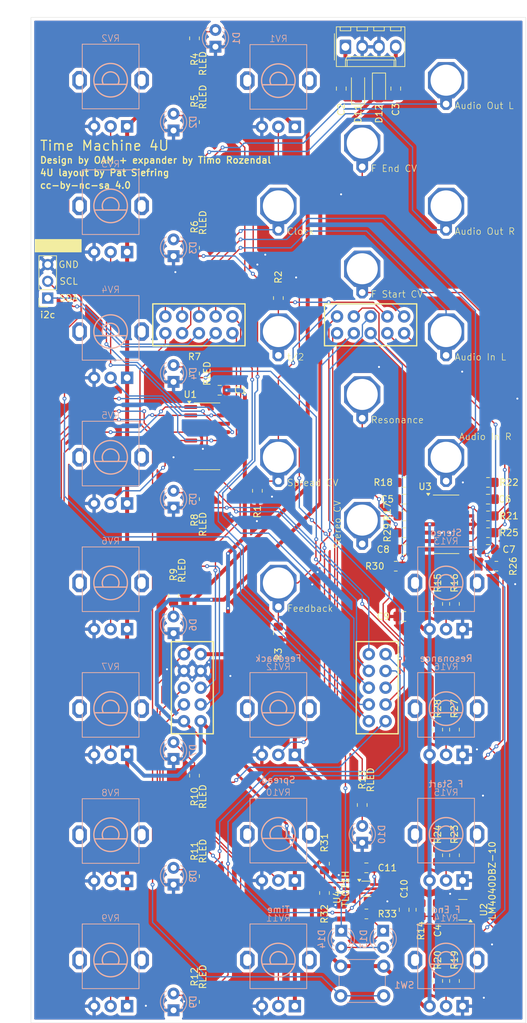
<source format=kicad_pcb>
(kicad_pcb (version 20241229) (generator "pcbnew") (generator_version "9.0")
  (layers (0 "F.Cu" signal) (2 "B.Cu" signal) (13 "F.Paste" user) (15 "B.Paste" user) (5 "F.SilkS" user "F.Silkscreen") (7 "B.SilkS" user "B.Silkscreen") (1 "F.Mask" user) (3 "B.Mask" user) (25 "Edge.Cuts" user))
  (net 0 "")
  (net 1 "+5V")
  (net 2 "GNDREF")
  (net 3 "+12V")
  (net 4 "-12V")
  (net 5 "-10V")
  (net 6 "EXP2")
  (net 7 "Net-(U3A--)")
  (net 8 "Net-(U3D--)")
  (net 9 "EXP4")
  (net 10 "EXP3")
  (net 11 "Net-(U3C--)")
  (net 12 "Net-(U3B--)")
  (net 13 "EXP5")
  (net 14 "Net-(D1-A)")
  (net 15 "Net-(D2-A)")
  (net 16 "Net-(D3-A)")
  (net 17 "Net-(D4-A)")
  (net 18 "Net-(D5-A)")
  (net 19 "Net-(D6-A)")
  (net 20 "Net-(D7-A)")
  (net 21 "Net-(D8-A)")
  (net 22 "Net-(D9-A)")
  (net 23 "Net-(D10-A)")
  (net 24 "Net-(D11-A)")
  (net 25 "Net-(D12-K)")
  (net 26 "EXP7")
  (net 27 "Net-(D13-K)")
  (net 28 "audioinL")
  (net 29 "audioinR")
  (net 30 "gatein")
  (net 31 "audiooutL")
  (net 32 "CV1")
  (net 33 "CV2")
  (net 34 "CV3")
  (net 35 "I2C-SCL")
  (net 36 "I2C-SDA")
  (net 37 "Net-(J11-Pin_1)")
  (net 38 "Net-(J12-Pin_1)")
  (net 39 "Net-(J13-Pin_1)")
  (net 40 "Net-(J14-Pin_1)")
  (net 41 "DATA-B")
  (net 42 "LED2")
  (net 43 "DATA-A")
  (net 44 "SLIDERMULT")
  (net 45 "LED3")
  (net 46 "EXP6")
  (net 47 "LED4")
  (net 48 "LED1")
  (net 49 "+3.3V")
  (net 50 "DATA-C")
  (net 51 "LED9")
  (net 52 "LED6")
  (net 53 "RV10")
  (net 54 "LED7")
  (net 55 "RV11")
  (net 56 "audiooutR")
  (net 57 "LED8")
  (net 58 "EXP1")
  (net 59 "RV12")
  (net 60 "RV1")
  (net 61 "LED5")
  (net 62 "Net-(R15-Pad1)")
  (net 63 "Net-(R20-Pad1)")
  (net 64 "Net-(R24-Pad1)")
  (net 65 "Net-(R28-Pad1)")
  (net 66 "Net-(U4-+)")
  (net 67 "Net-(U4--)")
  (net 68 "RV2")
  (net 69 "RV3")
  (net 70 "RV4")
  (net 71 "RV5")
  (net 72 "RV6")
  (net 73 "RV7")
  (net 74 "RV8")
  (net 75 "RV9")
  (footprint "Resistor_SMD:R_0805_2012Metric_Pad1.20x1.40mm_HandSolder" (layer "F.Cu") (at 99.695 168.91 180)
    (property "Reference" "R33")
    (property "Value" "100R")
  )
  (footprint "Resistor_SMD:R_0805_2012Metric_Pad1.20x1.40mm_HandSolder" (layer "F.Cu") (at 99.06 152.4 -90)
    (property "Reference" "R13")
    (property "Value" "RLED")
  )
  (footprint "Capacitor_SMD:C_0805_2012Metric_Pad1.18x1.45mm_HandSolder" (layer "F.Cu") (at 95.885 43.815 90)
    (property "Reference" "C2")
    (property "Value" "10uF")
  )
  (footprint "Resistor_SMD:R_0805_2012Metric_Pad1.20x1.40mm_HandSolder" (layer "F.Cu") (at 73.66 67.945 90)
    (property "Reference" "R6")
    (property "Value" "RLED")
  )
  (footprint "Package_SO:SOIC-16_3.9x9.9mm_P1.27mm" (layer "F.Cu") (at 75.565 96.52)
    (property "Reference" "U1")
    (property "Value" "4051")
  )
  (footprint "Capacitor_SMD:C_0805_2012Metric_Pad1.18x1.45mm_HandSolder" (layer "F.Cu") (at 99.695 161.925)
    (property "Reference" "C11")
    (property "Value" "100n")
  )
  (footprint "Resistor_SMD:R_0805_2012Metric_Pad1.20x1.40mm_HandSolder" (layer "F.Cu") (at 105.41 111.125)
    (property "Reference" "R29")
    (property "Value" "100k")
  )
  (footprint "Library:BananaJackHookup" (layer "F.Cu") (at 111.76 80.645)
    (property "Reference" "J1" (hide yes))
    (property "Value" "Audio In L" (hide yes))
  )
  (footprint "Diode_SMD:D_SOD-123" (layer "F.Cu") (at 98.425 43.815 90)
    (property "Reference" "D11")
    (property "Value" "1N5819")
  )
  (footprint "Library:BananaJackHookup" (layer "F.Cu") (at 111.76 99.695)
    (property "Reference" "J2" (hide yes))
    (property "Value" "Audio In R" (hide yes))
  )
  (footprint "Resistor_SMD:R_0805_2012Metric_Pad1.20x1.40mm_HandSolder" (layer "F.Cu") (at 93.345 165.735 -90)
    (property "Reference" "R32")
    (property "Value" "10k")
  )
  (footprint "Resistor_SMD:R_0805_2012Metric_Pad1.20x1.40mm_HandSolder" (layer "F.Cu") (at 73.66 147.955 90)
    (property "Reference" "R10")
    (property "Value" "RLED")
  )
  (footprint "Library:DAISY_PATCH_SM" (layer "F.Cu") (at 87.33 107.62 90)
    (property "Reference" "PATCH1" (hide yes))
    (property "Value" "ES_DAISY_PATCH_SM_REV1" (hide yes))
  )
  (footprint "Resistor_SMD:R_0805_2012Metric_Pad1.20x1.40mm_HandSolder" (layer "F.Cu") (at 93.345 161.29 -90)
    (property "Reference" "R31")
    (property "Value" "10k")
  )
  (footprint "Resistor_SMD:R_0805_2012Metric_Pad1.20x1.40mm_HandSolder" (layer "F.Cu") (at 105.41 108.585)
    (property "Reference" "R17")
    (property "Value" "100k")
  )
  (footprint "Library:BananaJackHookup" (layer "F.Cu") (at 111.76 61.595)
    (property "Reference" "J5" (hide yes))
    (property "Value" "Audio Out R" (hide yes))
  )
  (footprint "Library:BananaJackHookup" (layer "F.Cu") (at 99.06 71.12)
    (property "Reference" "J13" (hide yes))
    (property "Value" "F Start CV" (hide yes))
  )
  (footprint "Capacitor_SMD:C_0805_2012Metric_Pad1.18x1.45mm_HandSolder" (layer "F.Cu") (at 105.41 113.665 180)
    (property "Reference" "C8")
    (property "Value" "1n")
  )
  (footprint "Package_TO_SOT_SMD:SOT-23" (layer "F.Cu") (at 114.3 168.275 180)
    (property "Reference" "U2")
    (property "Value" "LM4040DBZ-10")
  )
  (footprint "Resistor_SMD:R_0805_2012Metric_Pad1.20x1.40mm_HandSolder" (layer "F.Cu") (at 113.03 121.92 90)
    (property "Reference" "R16")
    (property "Value" "200k")
  )
  (footprint "Resistor_SMD:R_0805_2012Metric_Pad1.20x1.40mm_HandSolder" (layer "F.Cu") (at 113.03 140.97 90)
    (property "Reference" "R27")
    (property "Value" "200k")
  )
  (footprint "Capacitor_SMD:C_0805_2012Metric_Pad1.18x1.45mm_HandSolder" (layer "F.Cu") (at 118.11 106.045)
    (property "Reference" "C6")
    (property "Value" "1n")
  )
  (footprint "Resistor_SMD:R_0805_2012Metric_Pad1.20x1.40mm_HandSolder" (layer "F.Cu") (at 110.49 140.97 90)
    (property "Reference" "R28")
    (property "Value" "100k")
  )
  (footprint "Library:BananaJackHookup" (layer "F.Cu") (at 86.36 80.645)
    (property "Reference" "J7" (hide yes))
    (property "Value" "t/2v" (hide yes))
  )
  (footprint "Library:BananaJackHookup" (layer "F.Cu") (at 99.06 109.22)
    (property "Reference" "J11" (hide yes))
    (property "Value" "Stereo CV" (hide yes))
  )
  (footprint "Capacitor_SMD:C_0805_2012Metric_Pad1.18x1.45mm_HandSolder" (layer "F.Cu") (at 105.41 106.045 180)
    (property "Reference" "C5")
    (property "Value" "1n")
  )
  (footprint "Resistor_SMD:R_0805_2012Metric_Pad1.20x1.40mm_HandSolder" (layer "F.Cu") (at 113.03 160.02 90)
    (property "Reference" "R23")
    (property "Value" "200k")
  )
  (footprint "Resistor_SMD:R_0805_2012Metric_Pad1.20x1.40mm_HandSolder" (layer "F.Cu") (at 113.03 179.07 90)
    (property "Reference" "R19")
    (property "Value" "200k")
  )
  (footprint "Resistor_SMD:R_0805_2012Metric_Pad1.20x1.40mm_HandSolder" (layer "F.Cu") (at 110.49 179.07 90)
    (property "Reference" "R20")
    (property "Value" "100k")
  )
  (footprint "Resistor_SMD:R_0805_2012Metric_Pad1.20x1.40mm_HandSolder" (layer "F.Cu") (at 110.49 160.02 90)
    (property "Reference" "R24")
    (property "Value" "100k")
  )
  (footprint "Package_TO_SOT_SMD:SOT-353_SC-70-5_Handsoldering" (layer "F.Cu") (at 99.695 165.1)
    (property "Reference" "U4")
    (property "Value" "TL071H")
  )
  (footprint "Resistor_SMD:R_0805_2012Metric_Pad1.20x1.40mm_HandSolder" (layer "F.Cu") (at 118.11 103.505 180)
    (property "Reference" "R22")
    (property "Value" "100k")
  )
  (footprint "Resistor_SMD:R_0805_2012Metric_Pad1.20x1.40mm_HandSolder" (layer "F.Cu") (at 83.185 104.775 -90)
    (property "Reference" "R1")
    (property "Value" "optional")
  )
  (footprint "Capacitor_SMD:C_0805_2012Metric_Pad1.18x1.45mm_HandSolder" (layer "F.Cu") (at 77.47 89.535 180)
    (property "Reference" "C1")
    (property "Value" "100n")
  )
  (footprint "Resistor_SMD:R_0805_2012Metric_Pad1.20x1.40mm_HandSolder" (layer "F.Cu") (at 118.11 108.585 180)
    (property "Reference" "R21")
    (property "Value" "100k")
  )
  (footprint "Resistor_SMD:R_0805_2012Metric_Pad1.20x1.40mm_HandSolder" (layer "F.Cu") (at 110.49 121.92 90)
    (property "Reference" "R15")
    (property "Value" "100k")
  )
  (footprint "Resistor_SMD:R_0805_2012Metric_Pad1.20x1.40mm_HandSolder" (layer "F.Cu") (at 73.66 182.245 90)
    (property "Reference" "R12")
    (property "Value" "RLED")
  )
  (footprint "Library:BananaJackHookup" (layer "F.Cu") (at 86.36 118.745)
    (property "Reference" "J8" (hide yes))
    (property "Value" "Feedback CV" (hide yes))
  )
  (footprint "Library:BananaJackHookup" (layer "F.Cu") (at 86.36 99.695)
    (property "Reference" "J6" (hide yes))
    (property "Value" "Spread CV" (hide yes))
  )
  (footprint "Resistor_SMD:R_0805_2012Metric_Pad1.20x1.40mm_HandSolder" (layer "F.Cu") (at 86.36 75.565 90)
    (property "Reference" "R2")
    (property "Value" "optional")
  )
  (footprint "Capacitor_SMD:C_0805_2012Metric_Pad1.18x1.45mm_HandSolder" (layer "F.Cu") (at 104.14 43.815 -90)
    (property "Reference" "C3")
    (property "Value" "10uF")
  )
  (footprint "Capacitor_SMD:C_0805_2012Metric_Pad1.18x1.45mm_HandSolder" (layer "F.Cu") (at 105.41 168.275 90)
    (property "Reference" "C10")
    (property "Value" "100n")
  )
  (footprint "Capacitor_SMD:C_0805_2012Metric_Pad1.18x1.45mm_HandSolder" (layer "F.Cu") (at 110.49 168.275 -90)
    (property "Reference" "C4")
    (property "Value" "100n")
  )
  (footprint "Library:BananaJackHookup" (layer "F.Cu") (at 111.76 42.545)
    (property "Reference" "J4" (hide yes))
    (property "Value" "Audio Out L" (hide yes))
  )
  (footprint "Resistor_SMD:R_0805_2012Metric_Pad1.20x1.40mm_HandSolder" (layer "F.Cu") (at 73.66 48.895 90)
    (property "Reference" "R5")
    (property "Value" "RLED")
  )
  (footprint "Connector_PinSocket_2.54mm:PinSocket_1x03_P2.54mm_Vertical" (layer "F.Cu") (at 51.435 75.565 180)
    (property "Reference" "J9" (hide yes))
    (property "Value" "i2c")
  )
  (footprint "Resistor_SMD:R_0805_2012Metric_Pad1.20x1.40mm_HandSolder" (layer "F.Cu") (at 118.11 111.125 180)
    (property "Reference" "R25")
    (property "Value" "100k")
  )
  (footprint "Resistor_SMD:R_0805_2012Metric_Pad1.20x1.40mm_HandSolder" (layer "F.Cu") (at 86.36 126.365 -90)
    (property "Reference" "R3")
    (property "Value" "optional")
  )
  (footprint "Resistor_SMD:R_0805_2012Metric_Pad1.20x1.40mm_HandSolder" (layer "F.Cu") (at 73.66 163.195 90)
    (property "Reference" "R11")
    (property "Value" "RLED")
  )
  (footprint "Resistor_SMD:R_0805_2012Metric_Pad1.20x1.40mm_HandSolder" (layer "F.Cu") (at 73.66 106.045 90)
    (property "Reference" "R8")
    (property "Value" "RLED")
  )
  (footprint "Resistor_SMD:R_0805_2012Metric_Pad1.20x1.40mm_HandSolder" (layer "F.Cu") (at 73.66 86.995 90)
    (property "Reference" "R7")
    (property "Value" "RLED")
  )
  (footprint "Package_SO:SOIC-14_3.9x8.7mm_P1.27mm" (layer "F.Cu") (at 111.76 109.855)
    (property "Reference" "U3")
    (property "Value" "MCP6004")
  )
  (footprint "Resistor_SMD:R_0805_2012Metric_Pad1.20x1.40mm_HandSolder" (layer "F.Cu") (at 119.38 116.205 180)
    (property "Reference" "R26")
    (property "Value" "100k")
  )
  (footprint "Library:BananaJackHookup" (layer "F.Cu") (at 86.36 61.595)
    (property "Reference" "J3" (hide yes))
    (property "Value" "Clock" (hide yes))
  )
  (footprint "Library:BananaJackHookup" (layer "F.Cu") (at 99.06 90.17)
    (property "Reference" "J14" (hide yes))
    (property "Value" "Resonance CV" (hide yes))
  )
  (footprint "Library:BananaJackHookup" (layer "F.Cu") (at 99.06 52.07)
    (property "Reference" "J12" (hide yes))
    (property "Value" "F End CV" (hide yes))
  )
  (footprint "Connector_Molex:Molex_KK-254_AE-6410-04A_1x04_P2.54mm_Vertical" (layer "F.Cu") (at 96.52 37.485)
    (property "Reference" "J10" (hide yes))
    (property "Value" "Conn_01x04_Pin" (hide yes))
  )
  (footprint "Capacitor_SMD:C_0805_2012Metric_Pad1.18x1.45mm_HandSolder" (layer "F.Cu") (at 105.41 123.825)
    (property "Reference" "C9")
    (property "Value" "100n")
  )
  (footprint "Capacitor_SMD:C_0805_2012Metric_Pad1.18x1.45mm_HandSolder" (layer "F.Cu") (at 118.11 113.665)
    (property "Reference" "C7")
    (property "Value" "1n")
  )
  (footprint "Diode_SMD:D_SOD-123" (layer "F.Cu") (at 101.6 43.815 -90)
    (property "Reference" "D12")
    (property "Value" "1N5819")
  )
  (footprint "Resistor_SMD:R_0805_2012Metric_Pad1.20x1.40mm_HandSolder" (layer "F.Cu") (at 70.485 120.65 -90)
    (property "Reference" "R9")
    (property "Value" "RLED")
  )
  (footprint "Resistor_SMD:R_0805_2012Metric_Pad1.20x1.40mm_HandSolder" (layer "F.Cu") (at 104.14 116.205)
    (property "Reference" "R30")
    (property "Value" "100k")
  )
  (footprint "Resistor_SMD:R_0805_2012Metric_Pad1.20x1.40mm_HandSolder" (layer "F.Cu") (at 73.66 36.195 90)
    (property "Reference" "R4")
    (property "Value" "RLED")
  )
  (footprint "Resistor_SMD:R_0805_2012Metric_Pad1.20x1.40mm_HandSolder" (layer "F.Cu") (at 105.41 103.505)
    (property "Reference" "R18")
    (property "Value" "100k")
  )
  (footprint "Resistor_SMD:R_0805_2012Metric_Pad1.20x1.40mm_HandSolder" (layer "F.Cu") (at 107.95 168.275 -90)
    (property "Reference" "R14")
    (property "Value" "2.2k")
  )
  (footprint "Library:Alpha Pot" (layer "B.Cu") (at 60.96 42.545 180)
    (property "Reference" "RV2")
    (property "Value" "10k")
  )
  (footprint "LED_THT:LED_D3.0mm" (layer "B.Cu") (at 70.485 107.315 90)
    (property "Reference" "D5")
    (property "Value" "LED5")
  )
  (footprint "Library:Alpha Pot" (layer "B.Cu") (at 60.96 137.795 180)
    (property "Reference" "RV7")
    (property "Value" "10k")
  )
  (footprint "Library:Alpha Pot" (layer "B.Cu") (at 111.76 137.795 180)
    (property "Reference" "RV16")
    (property "Value" "10k")
  )
  (footprint "Library:Alpha Pot" (layer "B.Cu") (at 111.76 156.845 180)
    (property "Reference" "RV15")
    (property "Value" "10k")
  )
  (footprint "Library:Alpha Pot" (layer "B.Cu") (at 86.36 156.845 180)
    (property "Reference" "RV10")
    (property "Value" "10k")
  )
  (footprint "LED_THT:LED_D3.0mm" (layer "B.Cu") (at 95.885 171.45 -90)
    (property "Reference" "D14")
    (property "Value" "Filter LED 2")
  )
  (footprint "Library:Alpha Pot" (layer "B.Cu") (at 111.76 175.895 180)
    (property "Reference" "RV14")
    (property "Value" "10k")
  )
  (footprint "LED_THT:LED_D3.0mm" (layer "B.Cu") (at 76.835 37.465 90)
    (property "Reference" "D1")
    (property "Value" "LED1")
  )
  (footprint "LED_THT:LED_D3.0mm" (layer "B.Cu") (at 70.485 164.465 90)
    (property "Reference" "D8")
    (property "Value" "LED8")
  )
  (footprint "LED_THT:LED_D3.0mm" (layer "B.Cu") (at 70.485 69.215 90)
    (property "Reference" "D3")
    (property "Value" "LED3")
  )
  (footprint "Library:Alpha Pot" (layer "B.Cu") (at 60.96 80.645 180)
    (property "Reference" "RV4")
    (property "Value" "10k")
  )
  (footprint "LED_THT:LED_D3.0mm" (layer "B.Cu") (at 70.485 126.365 90)
    (property "Reference" "D6")
    (property "Value" "LED6")
  )
  (footprint "Button_Switch_THT:SW_PUSH_6mm" (layer "B.Cu") (at 102.31 176.82 180)
    (property "Reference" "SW1")
    (property "Value" "SW_Push_Dual_x2")
  )
  (footprint "LED_THT:LED_D3.0mm" (layer "B.Cu") (at 70.485 145.415 90)
    (property "Reference" "D7")
    (property "Value" "LED7")
  )
  (footprint "LED_THT:LED_D3.0mm" (layer "B.Cu") (at 70.485 183.515 90)
    (property "Reference" "D9")
    (property "Value" "LED9")
  )
  (footprint "LED_THT:LED_D3.0mm" (layer "B.Cu") (at 99.06 158.115 90)
    (property "Reference" "D10")
    (property "Value" "Mode LED")
  )
  (footprint "Library:Alpha Pot" (layer "B.Cu") (at 111.76 118.745 180)
    (property "Reference" "RV13")
    (property "Value" "10k")
  )
  (footprint "Library:Alpha Pot" (layer "B.Cu") (at 86.36 42.60685 180)
    (property "Reference" "RV1")
    (property "Value" "10k")
  )
  (footprint "Library:Alpha Pot" (layer "B.Cu") (at 60.96 99.695 180)
    (property "Reference" "RV5")
    (property "Value" "10k")
  )
  (footprint "Library:Alpha Pot" (layer "B.Cu") (at 60.96 61.595 180)
    (property "Reference" "RV3")
    (property "Value" "10k")
  )
  (footprint "Library:Alpha Pot" (layer "B.Cu") (at 86.36 137.795 180)
    (property "Reference" "RV12")
    (property "Value" "10k")
  )
  (footprint "LED_THT:LED_D3.0mm" (layer "B.Cu") (at 70.485 50.165 90)
    (property "Reference" "D2")
    (property "Value" "LED2")
  )
  (footprint "LED_THT:LED_D3.0mm" (layer "B.Cu") (at 102.235 171.45 -90)
    (property "Reference" "D13")
    (property "Value" "Filter LED 1")
  )
  (footprint "Library:Alpha Pot" (layer "B.Cu") (at 86.36 175.895 180)
    (property "Reference" "RV11")
    (property "Value" "10k")
  )
  (footprint "Library:Alpha Pot" (layer "B.Cu") (at 60.96 118.745 180)
    (property "Reference" "RV6")
    (property "Value" "10k")
  )
  (footprint "Library:Alpha Pot" (layer "B.Cu") (at 60.96 175.895 180)
    (property "Reference" "RV9")
    (property "Value" "10k")
  )
  (footprint "LED_THT:LED_D3.0mm" (layer "B.Cu") (at 70.485 88.265 90)
    (property "Reference" "D4")
    (property "Value" "LED4")
  )
  (footprint "Library:Alpha Pot" (layer "B.Cu") (at 60.96 156.90685 180)
    (property "Reference" "RV8")
    (property "Value" "10k")
  )
  (gr_rect (start 49.53 66.675) (end 56.515 68.58) (stroke (width 0.1)) (fill yes) (layer "F.SilkS"))
  (gr_rect (start 48.895 33.02) (end 123.825 185.42) (stroke (width 0.05)) (fill no) (layer "Edge.Cuts"))
  (gr_text "cc-by-nc-sa 4.0" (at 50.165 59.055 0) (layer "F.SilkS") (effects (font (size 1 1) (thickness 0.1875)) (justify left bottom)))
  (gr_text "4U layout by Pat Siefring" (at 50.165 57.15 0) (layer "F.SilkS") (effects (font (size 1 1) (thickness 0.1875)) (justify left bottom)))
  (gr_text "SDA" (at 54.61 75.565 0) (layer "F.SilkS") (effects (font (size 1 1) (thickness 0.125))))
  (gr_text "SCL" (at 54.61 73.025 0) (layer "F.SilkS") (effects (font (size 1 1) (thickness 0.125))))
  (gr_text "Design by OAM + expander by Timo Rozendal" (at 50.165 55.245 0) (layer "F.SilkS") (effects (font (size 1 1) (thickness 0.1875)) (justify left bottom)))
  (gr_text "GND" (at 54.61 70.485 0) (layer "F.SilkS") (effects (font (size 1 1) (thickness 0.125))))
  (gr_text "Time Machine 4U" (at 50.165 53.34 0) (layer "F.SilkS") (effects (font (size 1.5 1.5) (thickness 0.1875)) (justify left bottom)))
  (segment (start 93.345 160.29) (end 91.44 162.195) (width 0.6) (layer "F.Cu") (net 1))
  (segment (start 102.31 176.82) (end 108.385 182.895) (width 0.6) (layer "F.Cu") (net 1))
  (segment (start 78.5075 89.535) (end 78.5075 91.6075) (width 0.4) (layer "F.Cu") (net 1))
  (segment (start 88.86 139.66) (end 88.86 144.795) (width 0.6) (layer "F.Cu") (net 1))
  (segment (start 88.86 144.795) (end 93.345 149.28) (width 0.6) (layer "F.Cu") (net 1))
  (segment (start 81.28 90.17) (end 81.28 111.76) (width 0.6) (layer "F.Cu") (net 1))
  (segment (start 78.74 129.54) (end 78.74 122.555) (width 0.6) (layer "F.Cu") (net 1))
  (segment (start 91.44 172.45) (end 95.81 176.82) (width 0.6) (layer "F.Cu") (net 1))
  (segment (start 93.345 149.28) (end 93.345 160.29) (width 0.6) (layer "F.Cu") (net 1))
  (segment (start 91.44 162.195) (end 91.44 172.45) (width 0.6) (layer "F.Cu") (net 1))
  (segment (start 78.5075 91.6075) (end 78.04 92.075) (width 0.4) (layer "F.Cu") (net 1))
  (segment (start 95.81 176.82) (end 102.31 176.82) (width 0.6) (layer "F.Cu") (net 1))
  (segment (start 109.26 125.745) (end 108.3675 125.745) (width 0.6) (layer "F.Cu") (net 1))
  (segment (start 81.28 111.76) (end 78.74 114.3) (width 0.6) (layer "F.Cu") (net 1))
  (segment (start 108.385 182.895) (end 109.26 182.895) (width 0.6) (layer "F.Cu") (net 1))
  (segment (start 78.74 129.54) (end 88.86 139.66) (width 0.6) (layer "F.Cu") (net 1))
  (segment (start 108.3675 125.745) (end 106.4475 123.825) (width 0.6) (layer "F.Cu") (net 1))
  (segment (start 74.6 129.54) (end 78.74 129.54) (width 0.6) (layer "F.Cu") (net 1))
  (via (at 109.285 109.855) (size 0.6) (drill 0.3) (layers "F.Cu" "B.Cu") (net 1))
  (via (at 81.28 90.17) (size 0.6) (drill 0.3) (layers "F.Cu" "B.Cu") (net 1))
  (via (at 78.74 114.3) (size 0.6) (drill 0.3) (layers "F.Cu" "B.Cu") (net 1))
  (via (at 78.74 122.555) (size 0.6) (drill 0.3) (layers "F.Cu" "B.Cu") (net 1))
  (via (at 78.5075 89.535) (size 0.6) (drill 0.3) (layers "F.Cu" "B.Cu") (net 1))
  (segment (start 81.28 90.17) (end 80.645 89.535) (width 0.6) (layer "B.Cu") (net 1))
  (segment (start 109.26 144.795) (end 109.26 125.745) (width 0.6) (layer "B.Cu") (net 1))
  (segment (start 109.26 125.745) (end 109.26 109.88) (width 0.4) (layer "B.Cu") (net 1))
  (segment (start 109.26 182.895) (end 109.26 163.845) (width 0.6) (layer "B.Cu") (net 1))
  (segment (start 109.26 109.88) (end 109.285 109.855) (width 0.4) (layer "B.Cu") (net 1))
  (segment (start 78.74 122.555) (end 78.74 114.3) (width 0.6) (layer "B.Cu") (net 1))
  (segment (start 109.26 163.845) (end 109.26 144.795) (width 0.6) (layer "B.Cu") (net 1))
  (segment (start 80.645 89.535) (end 78.5075 89.535) (width 0.6) (layer "B.Cu") (net 1))
  (via (at 94.996 167.5892) (size 0.6) (drill 0.3) (layers "F.Cu" "B.Cu") (net 2))
  (via (at 122.555 90.805) (size 0.6) (drill 0.3) (layers "F.Cu" "B.Cu") (net 2))
  (via (at 101.6 86.0044) (size 0.6) (drill 0.3) (layers "F.Cu" "B.Cu") (net 2))
  (via (at 73.3044 133.35) (size 0.6) (drill 0.3) (layers "F.Cu" "B.Cu") (net 2))
  (via (at 95.8596 59.8424) (size 0.6) (drill 0.3) (layers "F.Cu" "B.Cu") (net 2))
  (via (at 116.4336 143.9672) (size 0.6) (drill 0.3) (layers "F.Cu" "B.Cu") (net 2))
  (via (at 84.3788 68.9864) (size 0.6) (drill 0.3) (layers "F.Cu" "B.Cu") (net 2))
  (via (at 72.0852 182.1688) (size 0.6) (drill 0.3) (layers "F.Cu" "B.Cu") (net 2))
  (via (at 74.93 98.425) (size 0.6) (drill 0.3) (layers "F.Cu" "B.Cu") (net 2))
  (via (at 85.3948 105.664) (size 0.6) (drill 0.3) (layers "F.Cu" "B.Cu") (net 2))
  (via (at 114.3 103.505) (size 0.6) (drill 0.3) (layers "F.Cu" "B.Cu") (net 2))
  (via (at 102.87 167.005) (size 0.6) (drill 0.3) (layers "F.Cu" "B.Cu") (net 2))
  (via (at 70.485 99.695) (size 0.6) (drill 0.3) (layers "F.Cu" "B.Cu") (net 2))
  (via (at 69.4944 131.826) (size 0.6) (drill 0.3) (layers "F.Cu" "B.Cu") (net 2))
  (via (at 117.348 150.9776) (size 0.6) (drill 0.3) (layers "F.Cu" "B.Cu") (net 2))
  (via (at 70.7644 71.628) (size 0.6) (drill 0.3) (layers "F.Cu" "B.Cu") (net 2))
  (via (at 79.0956 132.842) (size 0.6) (drill 0.3) (layers "F.Cu" "B.Cu") (net 2))
  (via (at 117.475 181.61) (size 0.6) (drill 0.3) (layers "F.Cu" "B.Cu") (net 2))
  (via (at 95.504 163.0172) (size 0.6) (drill 0.3) (layers "F.Cu" "B.Cu") (net 2))
  (via (at 111.125 111.125) (size 0.6) (drill 0.3) (layers "F.Cu" "B.Cu") (net 2))
  (via (at 114.1984 86.7156) (size 0.6) (drill 0.3) (layers "F.Cu" "B.Cu") (net 2))
  (via (at 122.2248 118.9228) (size 0.6) (drill 0.3) (layers "F.Cu" "B.Cu") (net 2))
  (via (at 66.294 182.8292) (size 0.6) (drill 0.3) (layers "F.Cu" "B.Cu") (net 2))
  (via (at 89.0524 72.4408) (size 0.6) (drill 0.3) (layers "F.Cu" "B.Cu") (net 2))
  (via (at 112.3696 165.862) (size 0.6) (drill 0.3) (layers "F.Cu" "B.Cu") (net 2))
  (via (at 83.1088 109.3724) (size 0.6) (drill 0.3) (layers "F.Cu" "B.Cu") (net 2))
  (via (at 112.395 111.125) (size 0.6) (drill 0.3) (layers "F.Cu" "B.Cu") (net 2))
  (via (at 91.4908 118.9736) (size 0.6) (drill 0.3) (layers "F.Cu" "B.Cu") (net 2))
  (via (at 79.248 108.6612) (size 0.6) (drill 0.3) (layers "F.Cu" "B.Cu") (net 2))
  (via (at 118.7196 173.5328) (size 0.6) (drill 0.3) (layers "F.Cu" "B.Cu") (net 2))
  (via (at 75.8444 130.7592) (size 0.6) (drill 0.3) (layers "F.Cu" "B.Cu") (net 2))
  (via (at 83.185 70.485) (size 0.6) (drill 0.3) (layers "F.Cu" "B.Cu") (net 2))
  (via (at 92.3036 117.094) (size 0.6) (drill 0.3) (layers "F.Cu" "B.Cu") (net 2))
  (segment (start 95.885 45.085) (end 90.805 50.165) (width 0.6) (layer "F.Cu") (net 3))
  (segment (start 100.8888 163.2712) (end 100.8888 162.0813) (width 0.2) (layer "F.Cu") (net 3))
  (segment (start 101.045 163.4274) (end 100.8888 163.2712) (width 0.2) (layer "F.Cu") (net 3))
  (segment (start 68.0266 134.143743) (end 68.0266 151.6434) (width 0.2) (layer "F.Cu") (net 3))
  (segment (start 68.0266 151.6434) (end 76.454 160.0708) (width 0.2) (layer "F.Cu") (net 3))
  (segment (start 98.425 45.465) (end 96.4975 45.465) (width 0.6) (layer "F.Cu") (net 3))
  (segment (start 73.66 127.94) (end 72.06 129.54) (width 0.6) (layer "F.Cu") (net 3))
  (segment (start 96.4975 45.465) (end 95.885 44.8525) (width 0.6) (layer "F.Cu") (net 3))
  (segment (start 95.885 44.8525) (end 95.885 45.085) (width 0.6) (layer "F.Cu") (net 3))
  (segment (start 73.66 121.285) (end 73.66 127.94) (width 0.6) (layer "F.Cu") (net 3))
  (segment (start 90.805 104.14) (end 73.66 121.285) (width 0.6) (layer "F.Cu") (net 3))
  (segment (start 101.025 164.45) (end 101.045 164.43) (width 0.2) (layer "F.Cu") (net 3))
  (segment (start 101.045 164.43) (end 101.045 163.4274) (width 0.2) (layer "F.Cu") (net 3))
  (segment (start 72.06 129.54) (end 71.0948 130.5052) (width 0.2) (layer "F.Cu") (net 3))
  (segment (start 94.5388 168.7068) (end 96.774 168.7068) (width 0.2) (layer "F.Cu") (net 3))
  (segment (start 71.0948 130.5052) (end 71.0948 131.075543) (width 0.2) (layer "F.Cu") (net 3))
  (segment (start 71.0948 131.075543) (end 68.0266 134.143743) (width 0.2) (layer "F.Cu") (net 3))
  (segment (start 96.774 168.7068) (end 97.4852 167.9956) (width 0.2) (layer "F.Cu") (net 3))
  (segment (start 90.805 50.165) (end 90.805 104.14) (width 0.6) (layer "F.Cu") (net 3))
  (segment (start 100.8888 162.0813) (end 100.7325 161.925) (width 0.2) (layer "F.Cu") (net 3))
  (via (at 97.4852 167.9956) (size 0.6) (drill 0.3) (layers "F.Cu" "B.Cu") (net 3))
  (via (at 76.454 160.0708) (size 0.6) (drill 0.3) (layers "F.Cu" "B.Cu") (net 3))
  (via (at 100.8888 163.2712) (size 0.6) (drill 0.3) (layers "F.Cu" "B.Cu") (net 3))
  (via (at 94.5388 168.7068) (size 0.6) (drill 0.3) (layers "F.Cu" "B.Cu") (net 3))
  (segment (start 76.454 160.0708) (end 85.09 168.7068) (width 0.2) (layer "B.Cu") (net 3))
  (segment (start 100.8888 164.592) (end 100.8888 163.2712) (width 0.2) (layer "B.Cu") (net 3))
  (segment (start 85.09 168.7068) (end 94.5388 168.7068) (width 0.2) (layer "B.Cu") (net 3))
  (segment (start 97.4852 167.9956) (end 100.8888 164.592) (width 0.2) (layer "B.Cu") (net 3))
  (segment (start 103.5275 45.465) (end 104.14 44.8525) (width 0.6) (layer "F.Cu") (net 4))
  (segment (start 107.9125 167.2375) (end 107.95 167.275) (width 0.4) (layer "F.Cu") (net 4))
  (segment (start 103.2725 165.1) (end 105.41 167.2375) (width 0.4) (layer "F.Cu") (net 4))
  (segment (start 100.585 45.465) (end 101.6 45.465) (width 0.6) (layer "F.Cu") (net 4))
  (segment (start 105.41 167.2375) (end 107.9125 167.2375) (width 0.4) (layer "F.Cu") (net 4))
  (segment (start 92.71 106.68) (end 92.71 53.34) (width 0.6) (layer "F.Cu") (net 4))
  (segment (start 76.2 121.285) (end 78.105 121.285) (width 0.6) (layer "F.Cu") (net 4))
  (segment (start 92.71 53.34) (end 100.585 45.465) (width 0.6) (layer "F.Cu") (net 4))
  (segment (start 95.885 165.1) (end 103.2725 165.1) (width 0.4) (layer "F.Cu") (net 4))
  (segment (start 78.105 121.285) (end 92.71 106.68) (width 0.6) (layer "F.Cu") (net 4))
  (segment (start 87.63 155.27) (end 87.63 155.575) (width 0.4) (layer "F.Cu") (net 4))
  (segment (start 72.06 139.7) (end 87.63 155.27) (width 0.4) (layer "F.Cu") (net 4))
  (segment (start 101.6 45.465) (end 103.5275 45.465) (width 0.6) (layer "F.Cu") (net 4))
  (via (at 76.2 121.285) (size 0.6) (drill 0.3) (layers "F.Cu" "B.Cu") (net 4))
  (via (at 87.63 155.575) (size 0.6) (drill 0.3) (layers "F.Cu" "B.Cu") (net 4))
  (via (at 95.885 165.1) (size 0.6) (drill 0.3) (layers "F.Cu" "B.Cu") (net 4))
  (segment (start 67.945 123.19) (end 67.945 137.16) (width 0.6) (layer "B.Cu") (net 4))
  (segment (start 69.85 121.285) (end 67.945 123.19) (width 0.6) (layer "B.Cu") (net 4))
  (segment (start 87.63 156.845) (end 95.885 165.1) (width 0.4) (layer "B.Cu") (net 4))
  (segment (start 70.485 139.7) (end 72.06 139.7) (width 0.6) (layer "B.Cu") (net 4))
  (segment (start 76.2 121.285) (end 69.85 121.285) (width 0.6) (layer "B.Cu") (net 4))
  (segment (start 67.945 137.16) (end 70.485 139.7) (width 0.6) (layer "B.Cu") (net 4))
  (segment (start 87.63 155.575) (end 87.63 156.845) (width 0.4) (layer "B.Cu") (net 4))
  (segment (start 118.11 165.1) (end 118.11 162.56) (width 0.2) (layer "F.Cu") (net 5))
  (segment (start 115.2375 167.325) (end 112.837 167.325) (width 0.2) (layer "F.Cu") (net 5))
  (segment (start 116.57 141.97) (end 116.57 141.875) (width 0.2) (layer "F.Cu") (net 5))
  (segment (start 119.38 139.065) (end 119.38 125.095) (width 0.2) (layer "F.Cu") (net 5))
  (segment (start 110.4525 169.275) (end 110.49 169.3125) (width 0.2) (layer "F.Cu") (net 5))
  (segment (start 116.57 141.875) (end 119.38 139.065) (width 0.2) (layer "F.Cu") (net 5))
  (segment (start 115.2375 167.325) (end 120.015 172.1025) (width 0.2) (layer "F.Cu") (net 5))
  (segment (start 119.38 144.78) (end 116.57 141.97) (width 0.2) (layer "F.Cu") (net 5))
  (segment (start 118.11 162.56) (end 116.57 161.02) (width 0.2) (layer "F.Cu") (net 5))
  (segment (start 107.95 169.275) (end 110.4525 169.275) (width 0.2) (layer "F.Cu") (net 5))
  (segment (start 110.8495 169.3125) (end 110.49 169.3125) (width 0.2) (layer "F.Cu") (net 5))
  (segment (start 116.57 141.97) (end 113.03 141.97) (width 0.2) (layer "F.Cu") (net 5))
  (segment (start 112.837 167.325) (end 110.8495 169.3125) (width 0.2) (layer "F.Cu") (net 5))
  (segment (start 115.2375 167.325) (end 115.885 167.325) (width 0.2) (layer "F.Cu") (net 5))
  (segment (start 119.38 158.21) (end 119.38 144.78) (width 0.2) (layer "F.Cu") (net 5))
  (segment (start 117.205 122.92) (end 113.03 122.92) (width 0.2) (layer "F.Cu") (net 5))
  (segment (start 120.015 177.165) (end 117.11 180.07) (width 0.2) (layer "F.Cu") (net 5))
  (segment (start 120.015 172.1025) (end 120.015 177.165) (width 0.2) (layer "F.Cu") (net 5))
  (segment (start 116.57 161.02) (end 113.03 161.02) (width 0.2) (layer "F.Cu") (net 5))
  (segment (start 116.57 161.02) (end 119.38 158.21) (width 0.2) (layer "F.Cu") (net 5))
  (segment (start 117.11 180.07) (end 113.03 180.07) (width 0.2) (layer "F.Cu") (net 5))
  (segment (start 119.38 125.095) (end 117.205 122.92) (width 0.2) (layer "F.Cu") (net 5))
  (segment (start 115.885 167.325) (end 118.11 165.1) (width 0.2) (layer "F.Cu") (net 5))
  (segment (start 101.6 81.915) (end 101.6 77.865243) (width 0.2) (layer "F.Cu") (net 6))
  (segment (start 109.285 106.045) (end 106.4475 106.045) (width 0.2) (layer "F.Cu") (net 6))
  (segment (start 106.41 86.725) (end 101.6 81.915) (width 0.2) (layer "F.Cu") (net 6))
  (segment (start 106.41 106.0075) (end 106.4475 106.045) (width 0.2) (layer "F.Cu") (net 6))
  (segment (start 106.41 103.505) (end 106.41 106.0075) (width 0.2) (layer "F.Cu") (net 6))
  (segment (start 106.41 103.505) (end 106.41 86.725) (width 0.2) (layer "F.Cu") (net 6))
  (segment (start 100.814757 77.08) (end 99.06 77.08) (width 0.2) (layer "F.Cu") (net 6))
  (segment (start 101.6 77.865243) (end 100.814757 77.08) (width 0.2) (layer "F.Cu") (net 6))
  (segment (start 99.06 77.08) (end 97.79 78.35) (width 0.2) (layer "F.Cu") (net 6))
  (segment (start 111.125 107.315) (end 109.285 107.315) (width 0.2) (layer "F.Cu") (net 7))
  (segment (start 113.03 116.205) (end 111.76 114.935) (width 0.2) (layer "F.Cu") (net 7))
  (segment (start 104.3725 106.045) (end 104.3725 106.5475) (width 0.2) (layer "F.Cu") (net 7))
  (segment (start 107.68 107.315) (end 106.41 108.585) (width 0.2) (layer "F.Cu") (net 7))
  (segment (start 113.03 120.92) (end 113.03 116.205) (width 0.2) (layer "F.Cu") (net 7))
  (segment (start 104.41 106.0075) (end 104.3725 106.045) (width 0.2) (layer "F.Cu") (net 7))
  (segment (start 109.285 107.315) (end 107.68 107.315) (width 0.2) (layer "F.Cu") (net 7))
  (segment (start 110.49 120.92) (end 113.03 120.92) (width 0.2) (layer "F.Cu") (net 7))
  (segment (start 104.3725 106.5475) (end 106.41 108.585) (width 0.2) (layer "F.Cu") (net 7))
  (segment (start 111.76 114.935) (end 111.76 107.95) (width 0.2) (layer "F.Cu") (net 7))
  (segment (start 104.41 103.505) (end 104.41 106.0075) (width 0.2) (layer "F.Cu") (net 7))
  (segment (start 111.76 107.95) (end 111.125 107.315) (width 0.2) (layer "F.Cu") (net 7))
  (segment (start 117.11 108.585) (end 117.11 108.0825) (width 0.2) (layer "F.Cu") (net 8))
  (segment (start 119.11 103.505) (end 119.11 106.0075) (width 0.2) (layer "F.Cu") (net 8))
  (segment (start 119.11 106.0075) (end 119.1475 106.045) (width 0.2) (layer "F.Cu") (net 8))
  (segment (start 114.235 107.315) (end 115.84 107.315) (width 0.2) (layer "F.Cu") (net 8))
  (segment (start 115.84 107.315) (end 117.11 108.585) (width 0.2) (layer "F.Cu") (net 8))
  (segment (start 113.03 178.07) (end 113.03 175.895) (width 0.2) (layer "F.Cu") (net 8))
  (segment (start 113.03 175.895) (end 117.994485 170.930515) (width 0.2) (layer "F.Cu") (net 8))
  (segment (start 110.49 178.07) (end 113.03 178.07) (width 0.2) (layer "F.Cu") (net 8))
  (segment (start 117.11 108.0825) (end 119.1475 106.045) (width 0.2) (layer "F.Cu") (net 8))
  (via (at 115.84 107.315) (size 0.6) (drill 0.3) (layers "F.Cu" "B.Cu") (net 8))
  (via (at 117.994485 170.930515) (size 0.6) (drill 0.3) (layers "F.Cu" "B.Cu") (net 8))
  (segment (start 115.84 114.57) (end 115.84 107.315) (width 0.2) (layer "B.Cu") (net 8))
  (segment (start 117.994485 170.930515) (end 120.65 168.275) (width 0.2) (layer "B.Cu") (net 8))
  (segment (start 120.65 168.275) (end 120.65 119.38) (width 0.2) (layer "B.Cu") (net 8))
  (segment (start 120.65 119.38) (end 115.84 114.57) (width 0.2) (layer "B.Cu") (net 8))
  (segment (start 117.11 106.0075) (end 117.0725 106.045) (width 0.2) (layer "F.Cu") (net 9))
  (segment (start 117.11 95.13) (end 102.87 80.89) (width 0.2) (layer "F.Cu") (net 9))
  (segment (start 117.11 103.505) (end 117.11 95.13) (width 0.2) (layer "F.Cu") (net 9))
  (segment (start 117.11 103.505) (end 117.11 106.0075) (width 0.2) (layer "F.Cu") (net 9))
  (segment (start 114.235 106.045) (end 117.0725 106.045) (width 0.2) (layer "F.Cu") (net 9))
  (segment (start 105.41 80.89) (end 119.2575 94.7375) (width 0.2) (layer "F.Cu") (net 10))
  (segment (start 117.90875 114.50125) (end 117.0725 113.665) (width 0.2) (layer "F.Cu") (net 10))
  (segment (start 114.235 113.665) (end 117.0725 113.665) (width 0.2) (layer "F.Cu") (net 10))
  (segment (start 118.38 116.205) (end 118.38 114.9725) (width 0.2) (layer "F.Cu") (net 10))
  (segment (start 118.38 114.9725) (end 117.90875 114.50125) (width 0.2) (layer "F.Cu") (net 10))
  (via (at 117.90875 114.50125) (size 0.6) (drill 0.3) (layers "F.Cu" "B.Cu") (net 10))
  (via (at 119.2575 94.7375) (size 0.6) (drill 0.3) (layers "F.Cu" "B.Cu") (net 10))
  (segment (start 119.2575 94.7375) (end 119.2575 113.1525) (width 0.2) (layer "B.Cu") (net 10))
  (segment (start 119.2575 113.1525) (end 117.90875 114.50125) (width 0.2) (layer "B.Cu") (net 10))
  (segment (start 114.235 112.395) (end 115.84 112.395) (width 0.2) (layer "F.Cu") (net 11))
  (segment (start 118.11 144.78) (end 113.03 149.86) (width 0.2) (layer "F.Cu") (net 11))
  (segment (start 119.1475 113.665) (end 119.1475 113.1625) (width 0.2) (layer "F.Cu") (net 11))
  (segment (start 120.38 114.8975) (end 119.1475 113.665) (width 0.2) (layer "F.Cu") (net 11))
  (segment (start 113.03 149.86) (end 113.03 159.02) (width 0.2) (layer "F.Cu") (net 11))
  (segment (start 119.1475 113.1625) (end 117.11 111.125) (width 0.2) (layer "F.Cu") (net 11))
  (segment (start 120.38 142.51) (end 119.38 143.51) (width 0.2) (layer "F.Cu") (net 11))
  (segment (start 120.38 116.205) (end 120.38 114.8975) (width 0.2) (layer "F.Cu") (net 11))
  (segment (start 115.84 112.395) (end 117.11 111.125) (width 0.2) (layer "F.Cu") (net 11))
  (segment (start 110.49 159.02) (end 113.03 159.02) (width 0.2) (layer "F.Cu") (net 11))
  (segment (start 120.38 116.205) (end 120.38 142.51) (width 0.2) (layer "F.Cu") (net 11))
  (via (at 119.38 143.51) (size 0.6) (drill 0.3) (layers "F.Cu" "B.Cu") (net 11))
  (via (at 118.11 144.78) (size 0.6) (drill 0.3) (layers "F.Cu" "B.Cu") (net 11))
  (segment (start 119.38 143.51) (end 118.11 144.78) (width 0.2) (layer "B.Cu") (net 11))
  (segment (start 107.68 112.395) (end 106.41 111.125) (width 0.2) (layer "F.Cu") (net 12))
  (segment (start 102.235 124.46) (end 102.235 121.92) (width 0.2) (layer "F.Cu") (net 12))
  (segment (start 103.14 121.015) (end 103.14 116.205) (width 0.2) (layer "F.Cu") (net 12))
  (segment (start 103.14 114.8975) (end 104.3725 113.665) (width 0.2) (layer "F.Cu") (net 12))
  (segment (start 110.49 132.715) (end 102.235 124.46) (width 0.2) (layer "F.Cu") (net 12))
  (segment (start 103.14 116.205) (end 103.14 114.8975) (width 0.2) (layer "F.Cu") (net 12))
  (segment (start 106.41 111.125) (end 106.41 111.6275) (width 0.2) (layer "F.Cu") (net 12))
  (segment (start 106.41 111.6275) (end 104.3725 113.665) (width 0.2) (layer "F.Cu") (net 12))
  (segment (start 110.49 139.97) (end 110.49 132.715) (width 0.2) (layer "F.Cu") (net 12))
  (segment (start 113.03 139.97) (end 110.49 139.97) (width 0.2) (layer "F.Cu") (net 12))
  (segment (start 109.285 112.395) (end 107.68 112.395) (width 0.2) (layer "F.Cu") (net 12))
  (segment (start 102.235 121.92) (end 103.14 121.015) (width 0.2) (layer "F.Cu") (net 12))
  (segment (start 105.14 114.9725) (end 106.4475 113.665) (width 0.2) (layer "F.Cu") (net 13))
  (segment (start 105.14 116.205) (end 105.14 114.9725) (width 0.2) (layer "F.Cu") (net 13))
  (segment (start 109.285 113.665) (end 106.4475 113.665) (width 0.2) (layer "F.Cu") (net 13))
  (via (at 105.14 114.9725) (size 0.6) (drill 0.3) (layers "F.Cu" "B.Cu") (net 13))
  (segment (start 100.33 80.89) (end 105.14 85.7) (width 0.2) (layer "B.Cu") (net 13))
  (segment (start 105.14 85.7) (end 105.14 114.9725) (width 0.2) (layer "B.Cu") (net 13))
  (segment (start 76.2 34.925) (end 75.93 35.195) (width 0.2) (layer "F.Cu") (net 14))
  (segment (start 76.835 34.925) (end 76.2 34.925) (width 0.2) (layer "F.Cu") (net 14))
  (segment (start 75.93 35.195) (end 73.66 35.195) (width 0.2) (layer "F.Cu") (net 14))
  (segment (start 73.66 47.895) (end 70.755 47.895) (width 0.2) (layer "F.Cu") (net 15))
  (segment (start 70.755 47.895) (end 70.485 47.625) (width 0.2) (layer "F.Cu") (net 15))
  (segment (start 73.66 66.945) (end 70.755 66.945) (width 0.2) (layer "F.Cu") (net 16))
  (segment (start 70.755 66.945) (end 70.485 66.675) (width 0.2) (layer "F.Cu") (net 16))
  (segment (start 73.66 85.995) (end 70.755 85.995) (width 0.2) (layer "F.Cu") (net 17))
  (segment (start 70.755 85.995) (end 70.485 85.725) (width 0.2) (layer "F.Cu") (net 17))
  (segment (start 73.66 105.045) (end 70.755 105.045) (width 0.2) (layer "F.Cu") (net 18))
  (segment (start 70.755 105.045) (end 70.485 104.775) (width 0.2) (layer "F.Cu") (net 18))
  (segment (start 70.485 121.65) (end 70.485 123.825) (width 0.2) (layer "F.Cu") (net 19))
  (segment (start 73.66 146.05) (end 73.66 146.955) (width 0.2) (layer "F.Cu") (net 20))
  (segment (start 70.485 142.875) (end 73.66 146.05) (width 0.2) (layer "F.Cu") (net 20))
  (segment (start 73.66 162.195) (end 70.755 162.195) (width 0.2) (layer "F.Cu") (net 21))
  (segment (start 70.755 162.195) (end 70.485 161.925) (width 0.2) (layer "F.Cu") (net 21))
  (segment (start 73.66 181.245) (end 70.755 181.245) (width 0.2) (layer "F.Cu") (net 22))
  (segment (start 70.755 181.245) (end 70.485 180.975) (width 0.2) (layer "F.Cu") (net 22))
  (segment (start 99.06 155.575) (end 99.06 153.4) (width 0.2) (layer "F.Cu") (net 23))
  (segment (start 96.52 40.26) (end 98.425 42.165) (width 0.6) (layer "F.Cu") (net 24))
  (segment (start 96.52 37.485) (end 96.52 40.26) (width 0.6) (layer "F.Cu") (net 24))
  (segment (start 104.14 37.485) (end 104.14 39.625) (width 0.6) (layer "F.Cu") (net 25))
  (segment (start 104.14 39.625) (end 101.6 42.165) (width 0.6) (layer "F.Cu") (net 25))
  (segment (start 94.8944 112.330543) (end 94.8985 112.326443) (width 0.2) (layer "F.Cu") (net 26))
  (segment (start 94.8944 141.8844) (end 94.8944 112.330543) (width 0.2) (layer "F.Cu") (net 26))
  (segment (start 96.52 149.86) (end 96.52 143.51) (width 0.2) (layer "F.Cu") (net 26))
  (segment (start 94.0092 109.2492) (end 94.0092 79.5908) (width 0.2) (layer "F.Cu") (net 26))
  (segment (start 96.52 143.51) (end 94.8944 141.8844) (width 0.2) (layer "F.Cu") (net 26))
  (segment (start 94.8944 110.1344) (end 94.0092 109.2492) (width 0.2) (layer "F.Cu") (net 26))
  (segment (start 94.8985 111.828557) (end 94.8944 111.824457) (width 0.2) (layer "F.Cu") (net 26))
  (segment (start 94.8944 111.824457) (end 94.8944 110.1344) (width 0.2) (layer "F.Cu") (net 26))
  (segment (start 94.0092 79.5908) (end 95.25 78.35) (width 0.2) (layer "F.Cu") (net 26))
  (segment (start 94.8985 112.326443) (end 94.8985 111.828557) (width 0.2) (layer "F.Cu") (net 26))
  (via (at 96.52 149.86) (size 0.6) (drill 0.3) (layers "F.Cu" "B.Cu") (net 26))
  (segment (start 96.52 149.86) (end 96.52 166.37) (width 0.2) (layer "B.Cu") (net 26))
  (segment (start 98.425 173.99) (end 102.235 173.99) (width 0.2) (layer "B.Cu") (net 26))
  (segment (start 95.885 167.005) (end 95.885 171.45) (width 0.2) (layer "B.Cu") (net 26))
  (segment (start 95.885 171.45) (end 98.425 173.99) (width 0.2) (layer "B.Cu") (net 26))
  (segment (start 96.52 166.37) (end 95.885 167.005) (width 0.2) (layer "B.Cu") (net 26))
  (segment (start 100.695 169.91) (end 102.235 171.45) (width 0.2) (layer "F.Cu") (net 27))
  (segment (start 100.695 168.91) (end 100.695 169.91) (width 0.2) (layer "F.Cu") (net 27))
  (segment (start 95.885 173.99) (end 99.695 173.99) (width 0.2) (layer "F.Cu") (net 27))
  (segment (start 99.695 173.99) (end 102.235 171.45) (width 0.2) (layer "F.Cu") (net 27))
  (segment (start 76.87 71.72) (end 76.87 78.35) (width 0.2) (layer "F.Cu") (net 28))
  (segment (start 80.645 67.945) (end 76.87 71.72) (width 0.2) (layer "F.Cu") (net 28))
  (via (at 80.645 67.945) (size 0.6) (drill 0.3) (layers "F.Cu" "B.Cu") (net 28))
  (segment (start 88.265 67.945) (end 80.645 67.945) (width 0.2) (layer "B.Cu") (net 28))
  (segment (start 111.76 77.47) (end 99.695 65.405) (width 0.2) (layer "B.Cu") (net 28))
  (segment (start 111.76 80.645) (end 111.76 77.47) (width 0.2) (layer "B.Cu") (net 28))
  (segment (start 88.265 67.945) (end 90.805 65.405) (width 0.2) (layer "B.Cu") (net 28))
  (segment (start 99.695 65.405) (end 90.805 65.405) (width 0.2) (layer "B.Cu") (net 28))
  (segment (start 74.33 72.99) (end 74.33 78.35) (width 0.2) (layer "F.Cu") (net 29))
  (segment (start 80.645 66.675) (end 74.33 72.99) (width 0.2) (layer "F.Cu") (net 29))
  (via (at 80.645 66.675) (size 0.6) (drill 0.3) (layers "F.Cu" "B.Cu") (net 29))
  (segment (start 87.63 66.675) (end 90.805 63.5) (width 0.2) (layer "B.Cu") (net 29))
  (segment (start 111.76 99.695) (end 116.205 95.25) (width 0.2) (layer "B.Cu") (net 29))
  (segment (start 102.235 63.5) (end 116.205 77.47) (width 0.2) (layer "B.Cu") (net 29))
  (segment (start 87.63 66.675) (end 80.645 66.675) (width 0.2) (layer "B.Cu") (net 29))
  (segment (start 116.205 95.25) (end 116.205 77.47) (width 0.2) (layer "B.Cu") (net 29))
  (segment (start 90.805 63.5) (end 102.235 63.5) (width 0.2) (layer "B.Cu") (net 29))
  (segment (start 71.79 80.89) (end 73.0892 79.5908) (width 0.2) (layer "F.Cu") (net 30))
  (segment (start 73.0892 72.9608) (end 80.01 66.04) (width 0.2) (layer "F.Cu") (net 30))
  (segment (start 73.0892 79.5908) (end 73.0892 72.9608) (width 0.2) (layer "F.Cu") (net 30))
  (segment (start 80.01 66.04) (end 80.645 65.405) (width 0.2) (layer "F.Cu") (net 30))
  (via (at 80.645 65.405) (size 0.6) (drill 0.3) (layers "F.Cu" "B.Cu") (net 30))
  (segment (start 80.645 65.405) (end 80.845 65.205) (width 0.2) (layer "B.Cu") (net 30))
  (segment (start 80.845 65.205) (end 86.36 65.205) (width 0.2) (layer "B.Cu") (net 30))
  (segment (start 77.9176 52.74) (end 68.58 62.0776) (width 0.2) (layer "F.Cu") (net 31))
  (segment (start 68.58 72.39) (end 71.79 75.6) (width 0.2) (layer "F.Cu") (net 31))
  (segment (start 71.79 75.6) (end 71.79 78.35) (width 0.2) (layer "F.Cu") (net 31))
  (segment (start 68.58 62.0776) (end 68.58 72.39) (width 0.2) (layer "F.Cu") (net 31))
  (via (at 77.9176 52.74) (size 0.6) (drill 0.3) (layers "F.Cu" "B.Cu") (net 31))
  (segment (start 77.9176 52.74) (end 80.518 52.74) (width 0.2) (layer "B.Cu") (net 31))
  (segment (start 96.085 46.155) (end 111.76 46.155) (width 0.2) (layer "B.Cu") (net 31))
  (segment (start 81.188 52.07) (end 90.17 52.07) (width 0.2) (layer "B.Cu") (net 31))
  (segment (start 90.17 52.07) (end 96.085 46.155) (width 0.2) (layer "B.Cu") (net 31))
  (segment (start 80.518 52.74) (end 81.188 52.07) (width 0.2) (layer "B.Cu") (net 31))
  (segment (start 83.655 103.305) (end 83.185 103.775) (width 0.2) (layer "F.Cu") (net 32))
  (segment (start 86.36 87.63) (end 88.5952 85.3948) (width 0.2) (layer "F.Cu") (net 32))
  (segment (start 86.36 99.695) (end 86.36 87.63) (width 0.2) (layer "F.Cu") (net 32))
  (segment (start 86.36 103.305) (end 83.655 103.305) (width 0.2) (layer "F.Cu") (net 32))
  (via (at 88.5952 85.3948) (size 0.6) (drill 0.3) (layers "F.Cu" "B.Cu") (net 32))
  (segment (start 103.514 76.454) (end 105.41 78.35) (width 0.2) (layer "B.Cu") (net 32))
  (segment (start 88.5952 83.1596) (end 95.3008 76.454) (width 0.2) (layer "B.Cu") (net 32))
  (segment (start 95.3008 76.454) (end 103.514 76.454) (width 0.2) (layer "B.Cu") (net 32))
  (segment (start 88.5952 85.3948) (end 88.5952 83.1596) (width 0.2) (layer "B.Cu") (net 32))
  (segment (start 86.36 76.565) (end 86.36 80.645) (width 0.2) (layer "F.Cu") (net 33))
  (segment (start 93.98 76.2) (end 100.72 76.2) (width 0.2) (layer "F.Cu") (net 33))
  (segment (start 100.72 76.2) (end 102.87 78.35) (width 0.2) (layer "F.Cu") (net 33))
  (segment (start 86.36 76.565) (end 86.725 76.2) (width 0.2) (layer "F.Cu") (net 33))
  (segment (start 86.725 76.2) (end 88.9 76.2) (width 0.2) (layer "F.Cu") (net 33))
  (via (at 93.98 76.2) (size 0.6) (drill 0.3) (layers "F.Cu" "B.Cu") (net 33))
  (via (at 88.9 76.2) (size 0.6) (drill 0.3) (layers "F.Cu" "B.Cu") (net 33))
  (segment (start 88.9 76.2) (end 93.98 76.2) (width 0.2) (layer "B.Cu") (net 33))
  (segment (start 86.36 118.745) (end 89.318143 118.745) (width 0.2) (layer "F.Cu") (net 34))
  (segment (start 94.144189 111.496354) (end 94.144189 110.785612) (width 0.2) (layer "F.Cu") (net 34))
  (segment (start 89.318143 118.745) (end 92.744 115.319143) (width 0.2) (layer "F.Cu") (net 34))
  (segment (start 92.744 112.896543) (end 94.144189 111.496354) (width 0.2) (layer "F.Cu") (net 34))
  (segment (start 92.744 115.319143) (end 92.744 112.896543) (width 0.2) (layer "F.Cu") (net 34))
  (segment (start 86.36 122.355) (end 86.36 125.365) (width 0.2) (layer "F.Cu") (net 34))
  (via (at 94.144189 110.785612) (size 0.6) (drill 0.3) (layers "F.Cu" "B.Cu") (net 34))
  (segment (start 94.144189 110.785612) (end 94.144189 86.348968) (width 0.2) (layer "B.Cu") (net 34))
  (segment (start 99.0892 79.5908) (end 100.33 78.35) (width 0.2) (layer "B.Cu") (net 34))
  (segment (start 94.144189 86.348968) (end 99.0892 81.403957) (width 0.2) (layer "B.Cu") (net 34))
  (segment (start 99.0892 81.403957) (end 99.0892 79.5908) (width 0.2) (layer "B.Cu") (net 34))
  (segment (start 55.88 76.835) (end 55.245 76.835) (width 0.2) (layer "F.Cu") (net 35))
  (segment (start 55.245 76.835) (end 51.435 73.025) (width 0.2) (layer "F.Cu") (net 35))
  (via (at 55.88 76.835) (size 0.6) (drill 0.3) (layers "F.Cu" "B.Cu") (net 35))
  (segment (start 74.809 82.951) (end 62.631 82.951) (width 0.2) (layer "B.Cu") (net 35))
  (segment (start 76.87 80.89) (end 74.809 82.951) (width 0.2) (layer "B.Cu") (net 35))
  (segment (start 56.515 76.835) (end 62.631 82.951) (width 0.2) (layer "B.Cu") (net 35))
  (segment (start 56.515 76.835) (end 55.88 76.835) (width 0.2) (layer "B.Cu") (net 35))
  (segment (start 72.67 82.55) (end 62.865 82.55) (width 0.2) (layer "B.Cu") (net 36))
  (segment (start 74.33 80.89) (end 72.67 82.55) (width 0.2) (layer "B.Cu") (net 36))
  (segment (start 55.88 75.565) (end 51.435 75.565) (width 0.2) (layer "B.Cu") (net 36))
  (segment (start 62.865 82.55) (end 55.88 75.565) (width 0.2) (layer "B.Cu") (net 36))
  (segment (start 104.41 108.585) (end 99.695 108.585) (width 0.2) (layer "F.Cu") (net 37))
  (segment (start 99.695 108.585) (end 99.06 109.22) (width 0.2) (layer "F.Cu") (net 37))
  (segment (start 119.11 108.585) (end 121.285 106.41) (width 0.2) (layer "F.Cu") (net 38))
  (segment (start 99.06 58.42) (end 99.06 55.68) (width 0.2) (layer "F.Cu") (net 38))
  (segment (start 121.285 80.645) (end 99.06 58.42) (width 0.2) (layer "F.Cu") (net 38))
  (segment (start 121.285 106.41) (end 121.285 80.645) (width 0.2) (layer "F.Cu") (net 38))
  (segment (start 99.06 74.73) (end 114.1 74.73) (width 0.2) (layer "F.Cu") (net 39))
  (segment (start 114.1 74.73) (end 120.65 81.28) (width 0.2) (layer "F.Cu") (net 39))
  (segment (start 120.65 81.28) (end 120.65 101.6) (width 0.2) (layer "F.Cu") (net 39))
  (segment (start 120.65 109.855) (end 120.38 109.855) (width 0.2) (layer "F.Cu") (net 39))
  (segment (start 120.38 109.855) (end 119.11 111.125) (width 0.2) (layer "F.Cu") (net 39))
  (via (at 120.65 109.855) (size 0.6) (drill 0.3) (layers "F.Cu" "B.Cu") (net 39))
  (via (at 120.65 101.6) (size 0.6) (drill 0.3) (layers "F.Cu" "B.Cu") (net 39))
  (segment (start 120.65 101.6) (end 120.65 109.855) (width 0.2) (layer "B.Cu") (net 39))
  (segment (start 99.06 93.78) (end 99.06 103.505) (width 0.2) (layer "F.Cu") (net 40))
  (segment (start 104.14 109.855) (end 104.14 110.855) (width 0.2) (layer "F.Cu") (net 40))
  (segment (start 99.06 103.505) (end 101.6 106.045) (width 0.2) (layer "F.Cu") (net 40))
  (segment (start 104.14 110.855) (end 104.41 111.125) (width 0.2) (layer "F.Cu") (net 40))
  (via (at 101.6 106.045) (size 0.6) (drill 0.3) (layers "F.Cu" "B.Cu") (net 40))
  (via (at 104.14 109.855) (size 0.6) (drill 0.3) (layers "F.Cu" "B.Cu") (net 40))
  (segment (start 101.6 106.045) (end 101.6 107.315) (width 0.2) (layer "B.Cu") (net 40))
  (segment (start 101.6 107.315) (end 104.14 109.855) (width 0.2) (layer "B.Cu") (net 40))
  (segment (start 79.62 80.89) (end 80.01 81.28) (width 0.2) (layer "F.Cu") (net 41))
  (segment (start 80.01 81.28) (end 80.01 99.06) (width 0.2) (layer "F.Cu") (net 41))
  (segment (start 80.01 99.06) (end 79.375 99.695) (width 0.2) (layer "F.Cu") (net 41))
  (segment (start 79.41 80.89) (end 79.62 80.89) (width 0.2) (layer "F.Cu") (net 41))
  (segment (start 79.375 99.695) (end 78.04 99.695) (width 0.2) (layer "F.Cu") (net 41))
  (segment (start 82.3976 86.2076) (end 81.28 85.09) (width 0.2) (layer "F.Cu") (net 42))
  (segment (start 78.4446 49.895) (end 73.66 49.895) (width 0.2) (layer "F.Cu") (net 42))
  (segment (start 81.28 85.09) (end 81.28 52.7304) (width 0.2) (layer "F.Cu") (net 42))
  (segment (start 82.3976 87.9348) (end 82.3976 86.2076) (width 0.2) (layer "F.Cu") (net 42))
  (segment (start 81.28 52.7304) (end 78.4446 49.895) (width 0.2) (layer "F.Cu") (net 42))
  (via (at 82.3976 87.9348) (size 0.6) (drill 0.3) (layers "F.Cu" "B.Cu") (net 42))
  (segment (start 77.2668 109.4232) (end 81.046 113.2024) (width 0.2) (layer "B.Cu") (net 42))
  (segment (start 98.730923 137.16) (end 100.06 137.16) (width 0.2) (layer "B.Cu") (net 42))
  (segment (start 82.3976 100.076) (end 77.2668 105.2068) (width 0.2) (layer "B.Cu") (net 42))
  (segment (start 82.3976 87.9348) (end 82.3976 100.076) (width 0.2) (layer "B.Cu") (net 42))
  (segment (start 81.046 113.2024) (end 81.046 119.475077) (width 0.2) (layer "B.Cu") (net 42))
  (segment (start 77.2668 105.2068) (end 77.2668 109.4232) (width 0.2) (layer "B.Cu") (net 42))
  (segment (start 81.046 119.475077) (end 98.730923 137.16) (width 0.2) (layer "B.Cu") (net 42))
  (segment (start 76.764 102.164) (end 76.764 98.726001) (width 0.2) (layer "F.Cu") (net 43))
  (segment (start 76.835 113.0554) (end 80.5688 109.3216) (width 0.2) (layer "F.Cu") (net 43))
  (segment (start 76.835 116.84) (end 76.835 113.0554) (width 0.2) (layer "F.Cu") (net 43))
  (segment (start 80.5688 105.9688) (end 76.764 102.164) (width 0.2) (layer "F.Cu") (net 43))
  (segment (start 80.5688 109.3216) (end 80.5688 105.9688) (width 0.2) (layer "F.Cu") (net 43))
  (segment (start 76.764 98.726001) (end 77.065001 98.425) (width 0.2) (layer "F.Cu") (net 43))
  (segment (start 77.065001 98.425) (end 78.04 98.425) (width 0.2) (layer "F.Cu") (net 43))
  (via (at 76.835 116.84) (size 0.6) (drill 0.3) (layers "F.Cu" "B.Cu") (net 43))
  (segment (start 76.835 133.35) (end 76.835 116.84) (width 0.2) (layer "B.Cu") (net 43))
  (segment (start 74.6 134.62) (end 75.565 134.62) (width 0.2) (layer "B.Cu") (net 43))
  (segment (start 75.565 134.62) (end 76.835 133.35) (width 0.2) (layer "B.Cu") (net 43))
  (segment (start 105.41 134.35) (end 102.6 137.16) (width 0.2) (layer "F.Cu") (net 44))
  (segment (start 99.06 121.92) (end 105.41 128.27) (width 0.2) (layer "F.Cu") (net 44))
  (segment (start 75.565 96.115001) (end 74.064999 94.615) (width 0.2) (layer "F.Cu") (net 44))
  (segment (start 79.9688 107.915) (end 77.47 105.4162) (width 0.2) (layer "F.Cu") (net 44))
  (segment (start 77.47 105.41) (end 75.565 103.505) (width 0.2) (layer "F.Cu") (net 44))
  (segment (start 105.41 128.27) (end 105.41 134.35) (width 0.2) (layer "F.Cu") (net 44))
  (segment (start 74.064999 94.615) (end 73.09 94.615) (width 0.2) (layer "F.Cu") (net 44))
  (segment (start 77.47 105.4162) (end 77.47 105.41) (width 0.2) (layer "F.Cu") (net 44))
  (segment (start 75.565 103.505) (end 75.565 96.115001) (width 0.2) (layer "F.Cu") (net 44))
  (via (at 99.06 121.92) (size 0.6) (drill 0.3) (layers "F.Cu" "B.Cu") (net 44))
  (via (at 79.9688 107.915) (size 0.6) (drill 0.3) (layers "F.Cu" "B.Cu") (net 44))
  (segment (start 86.36 107.95) (end 99.06 120.65) (width 0.2) (layer "B.Cu") (net 44))
  (segment (start 99.06 120.65) (end 99.06 121.92) (width 0.2) (layer "B.Cu") (net 44))
  (segment (start 79.9688 107.915) (end 80.0038 107.95) (width 0.2) (layer "B.Cu") (net 44))
  (segment (start 80.0038 107.95) (end 86.36 107.95) (width 0.2) (layer "B.Cu") (net 44))
  (segment (start 75.0316 69.1896) (end 73.9046 69.1896) (width 0.2) (layer "F.Cu") (net 45))
  (segment (start 83.2104 72.5932) (end 82.4992 71.882) (width 0.2) (layer "F.Cu") (net 45))
  (segment (start 83.2104 87.4776) (end 83.2104 72.5932) (width 0.2) (layer "F.Cu") (net 45))
  (segment (start 73.9046 69.1896) (end 73.66 68.945) (width 0.2) (layer "F.Cu") (net 45))
  (via (at 82.4992 71.882) (size 0.6) (drill 0.3) (layers "F.Cu" "B.Cu") (net 45))
  (via (at 83.2104 87.4776) (size 0.6) (drill 0.3) (layers "F.Cu" "B.Cu") (net 45))
  (via (at 75.0316 69.1896) (size 0.6) (drill 0.3) (layers "F.Cu" "B.Cu") (net 45))
  (segment (start 84.8868 111.2012) (end 80.6704 111.2012) (width 0.2) (layer "B.Cu") (net 45))
  (segment (start 97.8408 130.4279) (end 97.7954 130.3825) (width 0.2) (layer "B.Cu") (net 45))
  (segment (start 79.8068 69.1896) (end 75.0316 69.1896) (width 0.2) (layer "B.Cu") (net 45))
  (segment (start 77.940235 108.471035) (end 77.940235 105.100465) (width 0.2) (layer "B.Cu") (net 45))
  (segment (start 97.7954 124.1098) (end 84.8868 111.2012) (width 0.2) (layer "B.Cu") (net 45))
  (segment (start 82.4992 71.882) (end 79.8068 69.1896) (width 0.2) (layer "B.Cu") (net 45))
  (segment (start 77.940235 105.100465) (end 82.804 100.2367) (width 0.2) (layer "B.Cu") (net 45))
  (segment (start 82.804 89.9668) (end 83.2104 89.5604) (width 0.2) (layer "B.Cu") (net 45))
  (segment (start 97.7954 130.3825) (end 97.7954 124.1098) (width 0.2) (layer "B.Cu") (net 45))
  (segment (start 80.6704 111.2012) (end 77.940235 108.471035) (width 0.2) (layer "B.Cu") (net 45))
  (segment (start 97.8408 132.4008) (end 97.8408 130.4279) (width 0.2) (layer "B.Cu") (net 45))
  (segment (start 100.06 134.62) (end 97.8408 132.4008) (width 0.2) (layer "B.Cu") (net 45))
  (segment (start 83.2104 89.5604) (end 83.2104 87.4776) (width 0.2) (layer "B.Cu") (net 45))
  (segment (start 82.804 100.2367) (end 82.804 89.9668) (width 0.2) (layer "B.Cu") (net 45))
  (segment (start 95.2954 141.6504) (end 95.2954 112.496643) (width 0.2) (layer "F.Cu") (net 46))
  (segment (start 95.2954 111.658357) (end 95.2954 109.9683) (width 0.2) (layer "F.Cu") (net 46))
  (segment (start 95.2954 109.9683) (end 94.5896 109.2625) (width 0.2) (layer "F.Cu") (net 46))
  (segment (start 94.5896 81.5504) (end 95.25 80.89) (width 0.2) (layer "F.Cu") (net 46))
  (segment (start 95.2995 112.492543) (end 95.2995 111.662457) (width 0.2) (layer "F.Cu") (net 46))
  (segment (start 99.06 151.4) (end 99.06 145.415) (width 0.2) (layer "F.Cu") (net 46))
  (segment (start 95.2995 111.662457) (end 95.2954 111.658357) (width 0.2) (layer "F.Cu") (net 46))
  (segment (start 99.06 145.415) (end 95.2954 141.6504) (width 0.2) (layer "F.Cu") (net 46))
  (segment (start 94.5896 109.2625) (end 94.5896 81.5504) (width 0.2) (layer "F.Cu") (net 46))
  (segment (start 95.2954 112.496643) (end 95.2995 112.492543) (width 0.2) (layer "F.Cu") (net 46))
  (segment (start 75.3364 87.63) (end 74.025 87.63) (width 0.2) (layer "F.Cu") (net 47))
  (segment (start 74.025 87.63) (end 73.66 87.995) (width 0.2) (layer "F.Cu") (net 47))
  (segment (start 92.0496 115.1636) (end 92.0496 112.1664) (width 0.2) (layer "F.Cu") (net 47))
  (segment (start 92.0496 112.1664) (end 92.1004 112.1156) (width 0.2) (layer "F.Cu") (net 47))
  (via (at 92.1004 112.1156) (size 0.6) (drill 0.3) (layers "F.Cu" "B.Cu") (net 47))
  (via (at 92.0496 115.1636) (size 0.6) (drill 0.3) (layers "F.Cu" "B.Cu") (net 47))
  (via (at 75.3364 87.63) (size 0.6) (drill 0.3) (layers "F.Cu" "B.Cu") (net 47))
  (segment (start 98.1964 130.2164) (end 98.1964 121.3104) (width 0.2) (layer "B.Cu") (net 47))
  (segment (start 98.1964 121.3104) (end 92.0496 115.1636) (width 0.2) (layer "B.Cu") (net 47))
  (segment (start 92.1004 93.5736) (end 85.1916 86.6648) (width 0.2) (layer "B.Cu") (net 47))
  (segment (start 92.1004 112.1156) (end 92.1004 93.5736) (width 0.2) (layer "B.Cu") (net 47))
  (segment (start 100.06 132.08) (end 98.1964 130.2164) (width 0.2) (layer "B.Cu") (net 47))
  (segment (start 76.3016 86.6648) (end 75.3364 87.63) (width 0.2) (layer "B.Cu") (net 47))
  (segment (start 85.1916 86.6648) (end 76.3016 86.6648) (width 0.2) (layer "B.Cu") (net 47))
  (segment (start 65.675 37.195) (end 73.66 37.195) (width 0.2) (layer "F.Cu") (net 48))
  (segment (start 53.975 90.805) (end 53.975 80.645) (width 0.2) (layer "F.Cu") (net 48))
  (segment (start 53.975 80.645) (end 56.481 78.139) (width 0.2) (layer "F.Cu") (net 48))
  (segment (start 54.61 73.5921) (end 54.61 48.26) (width 0.2) (layer "F.Cu") (net 48))
  (segment (start 56.481 78.139) (end 56.481 75.4631) (width 0.2) (layer "F.Cu") (net 48))
  (segment (start 54.61 48.26) (end 65.675 37.195) (width 0.2) (layer "F.Cu") (net 48))
  (segment (start 56.481 75.4631) (end 54.61 73.5921) (width 0.2) (layer "F.Cu") (net 48))
  (via (at 53.975 90.805) (size 0.6) (drill 0.3) (layers "F.Cu" "B.Cu") (net 48))
  (segment (start 80.645 113.665) (end 78.74 111.76) (width 0.2) (layer "B.Cu") (net 48))
  (segment (start 60.1472 111.76) (end 53.975 105.5878) (width 0.2) (layer "B.Cu") (net 48))
  (segment (start 80.645 120.285) (end 80.645 113.665) (width 0.2) (layer "B.Cu") (net 48))
  (segment (start 78.74 111.76) (end 60.1472 111.76) (width 0.2) (layer "B.Cu") (net 48))
  (segment (start 100.06 139.7) (end 80.645 120.285) (width 0.2) (layer "B.Cu") (net 48))
  (segment (start 53.975 105.5878) (end 53.975 90.805) (width 0.2) (layer "B.Cu") (net 48))
  (segment (start 63.46 125.745) (end 63.46 106.695) (width 0.6) (layer "F.Cu") (net 49))
  (segment (start 63.46 68.595) (end 63.46 87.645) (width 0.6) (layer "F.Cu") (net 49))
  (segment (start 63.46 106.695) (end 63.46 87.645) (width 0.6) (layer "F.Cu") (net 49))
  (segment (start 63.46 49.545) (end 67.92 45.085) (width 0.6) (layer "F.Cu") (net 49))
  (segment (start 63.46 163.90685) (end 63.46 144.795) (width 0.6) (layer "F.Cu") (net 49))
  (segment (start 88.86 153.96) (end 88.86 163.845) (width 0.6) (layer "F.Cu") (net 49))
  (segment (start 84.33815 45.085) (end 88.86 49.60685) (width 0.6) (layer "F.Cu") (net 49))
  (segment (start 88.86 163.845) (end 88.86 182.895) (width 0.6) (layer "F.Cu") (net 49))
  (segment (start 67.92 45.085) (end 84.33815 45.085) (width 0.6) (layer "F.Cu") (net 49))
  (segment (start 63.46 182.895) (end 63.46 163.90685) (width 0.6) (layer "F.Cu") (net 49))
  (segment (start 63.46 49.545) (end 63.46 68.595) (width 0.6) (layer "F.Cu") (net 49))
  (segment (start 74.6 139.7) (end 88.86 153.96) (width 0.6) (layer "F.Cu") (net 49))
  (segment (start 63.46 144.795) (end 63.46 125.745) (width 0.6) (layer "F.Cu") (net 49))
  (segment (start 74.6 139.7) (end 74.6 144.475) (width 0.6) (layer "B.Cu") (net 49))
  (segment (start 63.46 145.375) (end 63.46 144.795) (width 0.6) (layer "B.Cu") (net 49))
  (segment (start 66.04 147.955) (end 63.46 145.375) (width 0.6) (layer "B.Cu") (net 49))
  (segment (start 71.12 147.955) (end 66.04 147.955) (width 0.6) (layer "B.Cu") (net 49))
  (segment (start 74.6 144.475) (end 71.12 147.955) (width 0.6) (layer "B.Cu") (net 49))
  (segment (start 80.645 79.585) (end 80.645 80.370243) (width 0.2) (layer "F.Cu") (net 50))
  (segment (start 80.6508 99.6213) (end 79.3071 100.965) (width 0.2) (layer "F.Cu") (net 50))
  (segment (start 80.6508 80.376043) (end 80.6508 99.6213) (width 0.2) (layer "F.Cu") (net 50))
  (segment (start 79.41 78.35) (end 80.645 79.585) (width 0.2) (layer "F.Cu") (net 50))
  (segment (start 80.645 80.370243) (end 80.6508 80.376043) (width 0.2) (layer "F.Cu") (net 50))
  (segment (start 79.3071 100.965) (end 78.04 100.965) (width 0.2) (layer "F.Cu") (net 50))
  (segment (start 78.74 178.165) (end 78.74 161.29) (width 0.2) (layer "F.Cu") (net 51))
  (segment (start 73.66 183.245) (end 78.74 178.165) (width 0.2) (layer "F.Cu") (net 51))
  (via (at 78.74 161.29) (size 0.6) (drill 0.3) (layers "F.Cu" "B.Cu") (net 51))
  (segment (start 78.74 161.29) (end 78.74 154.94) (width 0.2) (layer "B.Cu") (net 51))
  (segment (start 78.74 154.94) (end 85.725 147.955) (width 0.2) (layer "B.Cu") (net 51))
  (segment (start 105.41 144.145) (end 105.41 132.35) (width 0.2) (layer "B.Cu") (net 51))
  (segment (start 105.41 132.35) (end 102.6 129.54) (width 0.2) (layer "B.Cu") (net 51))
  (segment (start 85.725 147.955) (end 101.6 147.955) (width 0.2) (layer "B.Cu") (net 51))
  (segment (start 101.6 147.955) (end 105.41 144.145) (width 0.2) (layer "B.Cu") (net 51))
  (segment (start 73.93 116.205) (end 70.485 119.65) (width 0.2) (layer "F.Cu") (net 52))
  (segment (start 75.565 116.205) (end 73.93 116.205) (width 0.2) (layer "F.Cu") (net 52))
  (via (at 75.565 116.205) (size 0.6) (drill 0.3) (layers "F.Cu" "B.Cu") (net 52))
  (segment (start 77.436 135.289) (end 77.436 116.591057) (width 0.2) (layer "B.Cu") (net 52))
  (segment (start 74.6 137.16) (end 75.565 137.16) (width 0.2) (layer "B.Cu") (net 52))
  (segment (start 77.436 116.591057) (end 77.049943 116.205) (width 0.2) (layer "B.Cu") (net 52))
  (segment (start 75.565 137.16) (end 77.436 135.289) (width 0.2) (layer "B.Cu") (net 52))
  (segment (start 77.049943 116.205) (end 75.565 116.205) (width 0.2) (layer "B.Cu") (net 52))
  (segment (start 72.06 137.16) (end 68.8848 140.3352) (width 0.2) (layer "F.Cu") (net 53))
  (segment (start 80.8819 161.29) (end 83.805 161.29) (width 0.2) (layer "F.Cu") (net 53))
  (segment (start 83.805 161.29) (end 86.36 163.845) (width 0.2) (layer "F.Cu") (net 53))
  (segment (start 68.8848 149.2929) (end 80.8819 161.29) (width 0.2) (layer "F.Cu") (net 53))
  (segment (start 68.8848 140.3352) (end 68.8848 149.2929) (width 0.2) (layer "F.Cu") (net 53))
  (segment (start 79.985025 148.614975) (end 79.645 148.955) (width 0.2) (layer "F.Cu") (net 54))
  (segment (start 79.645 148.955) (end 73.66 148.955) (width 0.2) (layer "F.Cu") (net 54))
  (via (at 79.985025 148.614975) (size 0.6) (drill 0.3) (layers "F.Cu" "B.Cu") (net 54))
  (segment (start 102.6 139.7) (end 95.615 146.685) (width 0.2) (layer "B.Cu") (net 54))
  (segment (start 81.915 146.685) (end 79.985025 148.614975) (width 0.2) (layer "B.Cu") (net 54))
  (segment (start 81.915 146.685) (end 95.615 146.685) (width 0.2) (layer "B.Cu") (net 54))
  (segment (start 80.645 167.64) (end 86.36 173.355) (width 0.2) (layer "F.Cu") (net 55))
  (segment (start 86.36 173.355) (end 86.36 182.895) (width 0.2) (layer "F.Cu") (net 55))
  (segment (start 80.645 161.6202) (end 80.645 167.64) (width 0.2) (layer "F.Cu") (net 55))
  (segment (start 72.06 134.62) (end 68.4276 138.2524) (width 0.2) (layer "F.Cu") (net 55))
  (segment (start 68.4276 138.2524) (end 68.4276 149.4028) (width 0.2) (layer "F.Cu") (net 55))
  (segment (start 68.4276 149.4028) (end 80.645 161.6202) (width 0.2) (layer "F.Cu") (net 55))
  (segment (start 69.25 76.235) (end 69.25 78.35) (width 0.2) (layer "F.Cu") (net 56))
  (segment (start 67.945 61.38147) (end 67.945 74.93) (width 0.2) (layer "F.Cu") (net 56))
  (segment (start 75.890035 53.436435) (end 67.945 61.38147) (width 0.2) (layer "F.Cu") (net 56))
  (segment (start 67.945 74.93) (end 69.25 76.235) (width 0.2) (layer "F.Cu") (net 56))
  (via (at 75.890035 53.436435) (size 0.6) (drill 0.3) (layers "F.Cu" "B.Cu") (net 56))
  (segment (start 106.68 62.23) (end 109.655 65.205) (width 0.2) (layer "B.Cu") (net 56))
  (segment (start 106.68 52.705) (end 106.68 62.23) (width 0.2) (layer "B.Cu") (net 56))
  (segment (start 109.655 65.205) (end 111.76 65.205) (width 0.2) (layer "B.Cu") (net 56))
  (segment (start 96.52 47.625) (end 101.6 47.625) (width 0.2) (layer "B.Cu") (net 56))
  (segment (start 90.805 53.34) (end 96.52 47.625) (width 0.2) (layer "B.Cu") (net 56))
  (segment (start 75.98647 53.34) (end 90.805 53.34) (width 0.2) (layer "B.Cu") (net 56))
  (segment (start 75.890035 53.436435) (end 75.98647 53.34) (width 0.2) (layer "B.Cu") (net 56))
  (segment (start 101.6 47.625) (end 106.68 52.705) (width 0.2) (layer "B.Cu") (net 56))
  (segment (start 73.66 164.195) (end 77.47 160.385) (width 0.2) (layer "F.Cu") (net 57))
  (segment (start 77.47 160.385) (end 77.47 159.385) (width 0.2) (layer "F.Cu") (net 57))
  (via (at 77.47 159.385) (size 0.6) (drill 0.3) (layers "F.Cu" "B.Cu") (net 57))
  (segment (start 100.965 147.32) (end 85.09 147.32) (width 0.2) (layer "B.Cu") (net 57))
  (segment (start 104.775 132.715) (end 104.775 143.51) (width 0.2) (layer "B.Cu") (net 57))
  (segment (start 85.09 147.32) (end 77.47 154.94) (width 0.2) (layer "B.Cu") (net 57))
  (segment (start 104.14 132.08) (end 104.775 132.715) (width 0.2) (layer "B.Cu") (net 57))
  (segment (start 102.6 132.08) (end 104.14 132.08) (width 0.2) (layer "B.Cu") (net 57))
  (segment (start 104.775 143.51) (end 100.965 147.32) (width 0.2) (layer "B.Cu") (net 57))
  (segment (start 77.47 154.94) (end 77.47 159.385) (width 0.2) (layer "B.Cu") (net 57))
  (segment (start 67.31 96.52) (end 65.405 94.615) (width 0.2) (layer "F.Cu") (net 58))
  (segment (start 67.31 164.465) (end 67.31 96.52) (width 0.2) (layer "F.Cu") (net 58))
  (segment (start 65.405 86.36) (end 69.25 82.515) (width 0.2) (layer "F.Cu") (net 58))
  (segment (start 65.405 94.615) (end 65.405 86.36) (width 0.2) (layer "F.Cu") (net 58))
  (segment (start 69.25 82.515) (end 69.25 80.89) (width 0.2) (layer "F.Cu") (net 58))
  (via (at 67.31 164.465) (size 0.6) (drill 0.3) (layers "F.Cu" "B.Cu") (net 58))
  (segment (start 67.31 170.18) (end 75.565 178.435) (width 0.2) (layer "B.Cu") (net 58))
  (segment (start 102.31 181.32) (end 95.81 181.32) (width 0.2) (layer "B.Cu") (net 58))
  (segment (start 75.565 178.435) (end 92.925 178.435) (width 0.2) (layer "B.Cu") (net 58))
  (segment (start 95.81 181.32) (end 92.925 178.435) (width 0.2) (layer "B.Cu") (net 58))
  (segment (start 67.31 170.18) (end 67.31 164.465) (width 0.2) (layer "B.Cu") (net 58))
  (segment (start 93.345 139.7) (end 90.17 142.875) (width 0.2) (layer "F.Cu") (net 59))
  (segment (start 93.345 113.4364) (end 93.345 139.7) (width 0.2) (layer "F.Cu") (net 59))
  (via (at 93.345 113.4364) (size 0.6) (drill 0.3) (layers "F.Cu" "B.Cu") (net 59))
  (via (at 90.17 142.875) (size 0.6) (drill 0.3) (layers "F.Cu" "B.Cu") (net 59))
  (segment (start 92.9132 112.3188) (end 92.9132 85.7668) (width 0.2) (layer "B.Cu") (net 59))
  (segment (start 88.28 142.875) (end 86.36 144.795) (width 0.2) (layer "B.Cu") (net 59))
  (segment (start 93.345 113.4364) (end 93.345 112.7506) (width 0.2) (layer "B.Cu") (net 59))
  (segment (start 90.17 142.875) (end 88.28 142.875) (width 0.2) (layer "B.Cu") (net 59))
  (segment (start 93.345 112.7506) (end 92.9132 112.3188) (width 0.2) (layer "B.Cu") (net 59))
  (segment (start 92.9132 85.7668) (end 97.79 80.89) (width 0.2) (layer "B.Cu") (net 59))
  (segment (start 104.775 132.445) (end 102.6 134.62) (width 0.2) (layer "F.Cu") (net 60))
  (segment (start 93.5132 111.2774) (end 93.4974 111.2774) (width 0.2) (layer "F.Cu") (net 60))
  (segment (start 104.775 130.175) (end 104.775 132.445) (width 0.2) (layer "F.Cu") (net 60))
  (segment (start 93.4974 111.2774) (end 91.44 109.22) (width 0.2) (layer "F.Cu") (net 60))
  (segment (start 82.55 68.58) (end 89.535 75.565) (width 0.2) (layer "F.Cu") (net 60))
  (segment (start 86.36 56.35885) (end 82.55 60.16885) (width 0.2) (layer "F.Cu") (net 60))
  (segment (start 86.36 49.60685) (end 86.36 56.35885) (width 0.2) (layer "F.Cu") (net 60))
  (segment (start 82.55 60.16885) (end 82.55 68.58) (width 0.2) (layer "F.Cu") (net 60))
  (segment (start 89.535 75.565) (end 89.535 102.87) (width 0.2) (layer "F.Cu") (net 60))
  (via (at 104.775 130.175) (size 0.6) (drill 0.3) (layers "F.Cu" "B.Cu") (net 60))
  (via (at 89.535 102.87) (size 0.6) (drill 0.3) (layers "F.Cu" "B.Cu") (net 60))
  (via (at 93.5132 111.2774) (size 0.6) (drill 0.3) (layers "F.Cu" "B.Cu") (net 60))
  (via (at 91.44 109.22) (size 0.6) (drill 0.3) (layers "F.Cu" "B.Cu") (net 60))
  (segment (start 93.5132 111.2774) (end 93.5132 111.2932) (width 0.2) (layer "B.Cu") (net 60))
  (segment (start 93.5132 111.2932) (end 104.775 122.555) (width 0.2) (layer "B.Cu") (net 60))
  (segment (start 104.775 122.555) (end 104.775 130.175) (width 0.2) (layer "B.Cu") (net 60))
  (segment (start 89.535 102.87) (end 89.535 107.315) (width 0.2) (layer "B.Cu") (net 60))
  (segment (start 89.535 107.315) (end 91.44 109.22) (width 0.2) (layer "B.Cu") (net 60))
  (segment (start 75.585965 107.335965) (end 75.295 107.045) (width 0.2) (layer "F.Cu") (net 61))
  (segment (start 75.295 107.045) (end 73.66 107.045) (width 0.2) (layer "F.Cu") (net 61))
  (segment (start 78.541235 107.335965) (end 75.585965 107.335965) (width 0.2) (layer "F.Cu") (net 61))
  (via (at 78.541235 107.335965) (size 0.6) (drill 0.3) (layers "F.Cu" "B.Cu") (net 61))
  (segment (start 78.5622 107.315) (end 86.36 107.315) (width 0.2) (layer "B.Cu") (net 61))
  (segment (start 86.36 107.315) (end 100.06 121.015) (width 0.2) (layer "B.Cu") (net 61))
  (segment (start 100.06 121.015) (end 100.06 129.54) (width 0.2) (layer "B.Cu") (net 61))
  (segment (start 78.541235 107.335965) (end 78.5622 107.315) (width 0.2) (layer "B.Cu") (net 61))
  (segment (start 111.76 124.19) (end 110.49 122.92) (width 0.2) (layer "F.Cu") (net 62))
  (segment (start 111.76 125.745) (end 111.76 124.19) (width 0.2) (layer "F.Cu") (net 62))
  (segment (start 111.76 181.34) (end 110.49 180.07) (width 0.2) (layer "F.Cu") (net 63))
  (segment (start 111.76 182.895) (end 111.76 181.34) (width 0.2) (layer "F.Cu") (net 63))
  (segment (start 111.76 163.845) (end 111.76 162.29) (width 0.2) (layer "F.Cu") (net 64))
  (segment (start 111.76 162.29) (end 110.49 161.02) (width 0.2) (layer "F.Cu") (net 64))
  (segment (start 111.76 144.795) (end 111.76 143.24) (width 0.2) (layer "F.Cu") (net 65))
  (segment (start 111.76 143.24) (end 110.49 141.97) (width 0.2) (layer "F.Cu") (net 65))
  (segment (start 93.93 164.15) (end 93.345 164.735) (width 0.2) (layer "F.Cu") (net 66))
  (segment (start 98.365 164.45) (end 98.065 164.15) (width 0.2) (layer "F.Cu") (net 66))
  (segment (start 98.065 164.15) (end 93.93 164.15) (width 0.2) (layer "F.Cu") (net 66))
  (segment (start 93.345 162.29) (end 93.345 164.735) (width 0.2) (layer "F.Cu") (net 66))
  (segment (start 101.025 165.75) (end 98.365 165.75) (width 0.2) (layer "F.Cu") (net 67))
  (segment (start 98.365 165.75) (end 98.695 166.08) (width 0.2) (layer "F.Cu") (net 67))
  (segment (start 98.695 166.08) (end 98.695 168.91) (width 0.2) (layer "F.Cu") (net 67))
  (segment (start 79.375 95.885) (end 78.04 95.885) (width 0.2) (layer "F.Cu") (net 68))
  (segment (start 60.325 78.74) (end 60.325 82.55) (width 0.2) (layer "F.Cu") (net 68))
  (segment (start 55.245 73.66) (end 60.325 78.74) (width 0.2) (layer "F.Cu") (net 68))
  (segment (start 60.96 49.545) (end 60.96 61.595) (width 0.2) (layer "F.Cu") (net 68))
  (segment (start 55.245 71.755) (end 55.245 71.12) (width 0.2) (layer "F.Cu") (net 68))
  (segment (start 55.245 71.12) (end 55.245 73.66) (width 0.2) (layer "F.Cu") (net 68))
  (segment (start 55.245 67.31) (end 55.245 71.755) (width 0.2) (layer "F.Cu") (net 68))
  (segment (start 60.96 61.595) (end 55.245 67.31) (width 0.2) (layer "F.Cu") (net 68))
  (via (at 79.375 95.885) (size 0.6) (drill 0.3) (layers "F.Cu" "B.Cu") (net 68))
  (via (at 60.325 82.55) (size 0.6) (drill 0.3) (layers "F.Cu" "B.Cu") (net 68))
  (segment (start 79.375 95.670057) (end 79.375 95.885) (width 0.2) (layer "B.Cu") (net 68))
  (segment (start 60.325 82.55) (end 63.099 85.324) (width 0.2) (layer "B.Cu") (net 68))
  (segment (start 63.099 85.324) (end 65.004 85.324) (width 0.2) (layer "B.Cu") (net 68))
  (segment (start 71.789 92.109) (end 75.813943 92.109) (width 0.2) (layer "B.Cu") (net 68))
  (segment (start 75.813943 92.109) (end 79.375 95.670057) (width 0.2) (layer "B.Cu") (net 68))
  (segment (start 65.004 85.324) (end 71.789 92.109) (width 0.2) (layer "B.Cu") (net 68))
  (segment (start 76.620057 94.615) (end 78.04 94.615) (width 0.2) (layer "F.Cu") (net 69))
  (segment (start 60.96 68.595) (end 60.96 85.725) (width 0.2) (layer "F.Cu") (net 69))
  (segment (start 74.93 92.71) (end 74.93 92.924943) (width 0.2) (layer "F.Cu") (net 69))
  (segment (start 74.93 92.924943) (end 76.620057 94.615) (width 0.2) (layer "F.Cu") (net 69))
  (via (at 60.96 85.725) (size 0.6) (drill 0.3) (layers "F.Cu" "B.Cu") (net 69))
  (via (at 74.93 92.71) (size 0.6) (drill 0.3) (layers "F.Cu" "B.Cu") (net 69))
  (segment (start 60.96 85.725) (end 64.77 85.725) (width 0.2) (layer "B.Cu") (net 69))
  (segment (start 71.755 92.71) (end 74.93 92.71) (width 0.2) (layer "B.Cu") (net 69))
  (segment (start 64.77 85.725) (end 71.755 92.71) (width 0.2) (layer "B.Cu") (net 69))
  (segment (start 76.2 93.345) (end 78.04 93.345) (width 0.2) (layer "F.Cu") (net 70))
  (via (at 76.2 93.345) (size 0.6) (drill 0.3) (layers "F.Cu" "B.Cu") (net 70))
  (segment (start 68.814 90.404) (end 71.755 93.345) (width 0.2) (layer "B.Cu") (net 70))
  (segment (start 63.719 90.404) (end 68.814 90.404) (width 0.2) (layer "B.Cu") (net 70))
  (segment (start 71.755 93.345) (end 76.2 93.345) (width 0.2) (layer "B.Cu") (net 70))
  (segment (start 60.96 87.645) (end 63.719 90.404) (width 0.2) (layer "B.Cu") (net 70))
  (segment (start 68.8975 101.2825) (end 69.215 100.965) (width 0.2) (layer "F.Cu") (net 71))
  (segment (start 70.485 97.155) (end 73.09 97.155) (width 0.2) (layer "F.Cu") (net 71))
  (segment (start 69.215 98.425) (end 70.485 97.155) (width 0.2) (layer "F.Cu") (net 71))
  (segment (start 69.215 100.965) (end 69.215 98.425) (width 0.2) (layer "F.Cu") (net 71))
  (via (at 68.8975 101.2825) (size 0.6) (drill 0.3) (layers "F.Cu" "B.Cu") (net 71))
  (segment (start 62.88 104.775) (end 60.96 106.695) (width 0.2) (layer "B.Cu") (net 71))
  (segment (start 68.8975 101.2825) (end 65.405 104.775) (width 0.2) (layer "B.Cu") (net 71))
  (segment (start 65.405 104.775) (end 62.88 104.775) (width 0.2) (layer "B.Cu") (net 71))
  (segment (start 60.96 125.745) (end 60.96 119.447) (width 0.2) (layer "F.Cu") (net 72))
  (segment (start 53.908 99.06) (end 57.083 95.885) (width 0.2) (layer "F.Cu") (net 72))
  (segment (start 60.96 119.447) (end 53.908 112.395) (width 0.2) (layer "F.Cu") (net 72))
  (segment (start 53.908 112.395) (end 53.908 99.06) (width 0.2) (layer "F.Cu") (net 72))
  (segment (start 68.58 92.745) (end 69.25 92.075) (width 0.2) (layer "F.Cu") (net 72))
  (segment (start 69.25 92.075) (end 73.09 92.075) (width 0.2) (layer "F.Cu") (net 72))
  (segment (start 57.083 95.885) (end 60.96 95.885) (width 0.2) (layer "F.Cu") (net 72))
  (via (at 68.58 92.745) (size 0.6) (drill 0.3) (layers "F.Cu" "B.Cu") (net 72))
  (via (at 60.96 95.885) (size 0.6) (drill 0.3) (layers "F.Cu" "B.Cu") (net 72))
  (segment (start 68.58 92.745) (end 68.58 92.817472) (width 0.2) (layer "B.Cu") (net 72))
  (segment (start 68.58 92.817472) (end 65.512472 95.885) (width 0.2) (layer "B.Cu") (net 72))
  (segment (start 65.512472 95.885) (end 60.96 95.885) (width 0.2) (layer "B.Cu") (net 72))
  (segment (start 53.507 97.155) (end 56.682 93.98) (width 0.2) (layer "F.Cu") (net 73))
  (segment (start 67.256971 93.291971) (end 67.31 93.345) (width 0.2) (layer "F.Cu") (net 73))
  (segment (start 60.96 144.795) (end 60.96 138.263) (width 0.2) (layer "F.Cu") (net 73))
  (segment (start 67.31 93.345) (end 73.09 93.345) (width 0.2) (layer "F.Cu") (net 73))
  (segment (start 60.96 138.263) (end 53.507 130.81) (width 0.2) (layer "F.Cu") (net 73))
  (segment (start 56.682 93.98) (end 62.23 93.98) (width 0.2) (layer "F.Cu") (net 73))
  (segment (start 53.507 130.81) (end 53.507 97.155) (width 0.2) (layer "F.Cu") (net 73))
  (via (at 67.256971 93.291971) (size 0.6) (drill 0.3) (layers "F.Cu" "B.Cu") (net 73))
  (via (at 62.23 93.98) (size 0.6) (drill 0.3) (layers "F.Cu" "B.Cu") (net 73))
  (segment (start 67.256971 93.291971) (end 66.728029 93.291971) (width 0.2) (layer "B.Cu") (net 73))
  (segment (start 66.728029 93.291971) (end 66.04 93.98) (width 0.2) (layer "B.Cu") (net 73))
  (segment (start 66.04 93.98) (end 62.23 93.98) (width 0.2) (layer "B.Cu") (net 73))
  (segment (start 60.96 156.845) (end 53.106 148.991) (width 0.2) (layer "F.Cu") (net 74))
  (segment (start 60.96 163.90685) (end 60.96 156.845) (width 0.2) (layer "F.Cu") (net 74))
  (segment (start 53.106 148.991) (end 53.106 96.52) (width 0.2) (layer "F.Cu") (net 74))
  (segment (start 66.04 92.71) (end 66.04 94.49) (width 0.2) (layer "F.Cu") (net 74))
  (segment (start 53.106 96.52) (end 56.916 92.71) (width 0.2) (layer "F.Cu") (net 74))
  (segment (start 66.04 94.49) (end 67.435 95.885) (width 0.2) (layer "F.Cu") (net 74))
  (segment (start 67.435 95.885) (end 73.09 95.885) (width 0.2) (layer "F.Cu") (net 74))
  (segment (start 56.916 92.71) (end 62.23 92.71) (width 0.2) (layer "F.Cu") (net 74))
  (via (at 62.23 92.71) (size 0.6) (drill 0.3) (layers "F.Cu" "B.Cu") (net 74))
  (via (at 66.04 92.71) (size 0.6) (drill 0.3) (layers "F.Cu" "B.Cu") (net 74))
  (segment (start 66.04 92.71) (end 62.23 92.71) (width 0.2) (layer "B.Cu") (net 74))
  (segment (start 60.96 182.895) (end 60.96 172.085) (width 0.2) (layer "F.Cu") (net 75))
  (segment (start 76.2 97.155) (end 78.04 97.155) (width 0.2) (layer "F.Cu") (net 75))
  (segment (start 52.705 163.83) (end 52.705 95.25) (width 0.2) (layer "F.Cu") (net 75))
  (segment (start 57.15 90.805) (end 62.23 90.805) (width 0.2) (layer "F.Cu") (net 75))
  (segment (start 60.96 172.085) (end 52.705 163.83) (width 0.2) (layer "F.Cu") (net 75))
  (segment (start 52.705 95.25) (end 57.15 90.805) (width 0.2) (layer "F.Cu") (net 75))
  (via (at 62.23 90.805) (size 0.6) (drill 0.3) (layers "F.Cu" "B.Cu") (net 75))
  (via (at 76.2 97.155) (size 0.6) (drill 0.3) (layers "F.Cu" "B.Cu") (net 75))
  (segment (start 71.12 93.345) (end 71.12 95.885) (width 0.2) (layer "B.Cu") (net 75))
  (segment (start 68.58 90.805) (end 71.12 93.345) (width 0.2) (layer "B.Cu") (net 75))
  (segment (start 71.12 95.885) (end 72.39 97.155) (width 0.2) (layer "B.Cu") (net 75))
  (segment (start 62.23 90.805) (end 68.58 90.805) (width 0.2) (layer "B.Cu") (net 75))
  (segment (start 72.39 97.155) (end 76.2 97.155) (width 0.2) (layer "B.Cu") (net 75))
  (zone (net 2) (net_name "GNDREF") (layers "F.Cu" "B.Cu") (connect_pads (clearance 0.5)) (min_thickness 0.25) (fill yes (thermal_gap 0.5) (thermal_bridge_width 0.5))
    (polygon (pts (xy 48.895 33.02) (xy 123.825 33.02) (xy 123.825 185.42) (xy 48.895 185.42)))
  )
)
</source>
